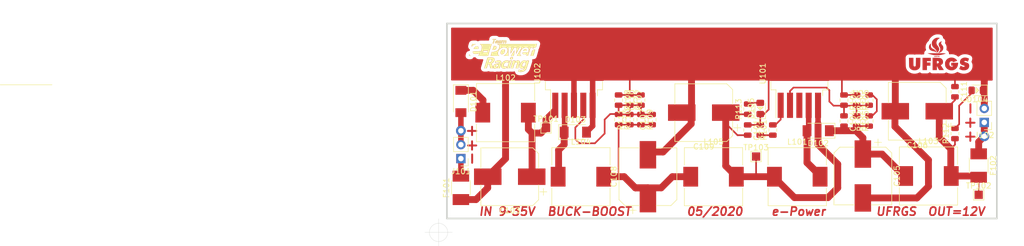
<source format=kicad_pcb>
(kicad_pcb (version 20171130) (host pcbnew "(5.1.5)-3")
  (layers (0 F.Cu signal) (31 B.Cu signal) (34 B.Paste user hide) (35 F.Paste user) (36 B.SilkS user) (37 F.SilkS user hide) (38 B.Mask user) (39 F.Mask user) (44 Edge.Cuts user))
  (net 0 "")
  (net 1 /9V)
  (net 2 GND)
  (net 3 "Net-(C102-Pad2)")
  (net 4 "Net-(C103-Pad1)")
  (net 5 "Net-(C104-Pad2)")
  (net 6 "Net-(C104-Pad1)")
  (net 7 /12V)
  (net 8 "Net-(C107-Pad2)")
  (net 9 "Net-(C107-Pad1)")
  (net 10 "Net-(D101-Pad1)")
  (net 11 "Net-(D101-Pad2)")
  (net 12 "Net-(D102-Pad2)")
  (net 13 "Net-(D103-Pad1)")
  (net 14 "Net-(F101-Pad2)")
  (net 15 "Net-(F102-Pad1)")
  (net 16 "Net-(R101-Pad2)")
  (net 17 "Net-(R102-Pad2)")
  (net 18 "Net-(D104-Pad2)")
  (net 19 "Net-(D105-Pad2)")
  (module e-Power:UFRGS_11.0x6.0mm_Copper (layer F.Cu) (at 263.398 124.968)
    (fp_text reference G*** hide)
    (fp_text value LOGO hide)
    (fp_poly (pts (xy -1.074811 -1.891567) (xy -1.075094 -1.800192) (xy -1.081277 -1.741111) (xy -1.095145 -1.508688) (xy -1.068669 -1.323321) (xy -0.996838 -1.175632) (xy -0.874638 -1.056245) (xy -0.697059 -0.955784) (xy -0.650662 -0.935543) (xy -0.446131 -0.836587) (xy -0.301487 -0.734242) (xy -0.210084 -0.622724) (xy -0.169392 -0.516874) (xy -0.15663 -0.416684) (xy -0.168515 -0.35701) (xy -0.200858 -0.346939) (xy -0.234507 -0.375561) (xy -0.338075 -0.457971) (xy -0.493451 -0.5146) (xy -0.650148 -0.541979) (xy -0.905353 -0.597547) (xy -1.11427 -0.694465) (xy -1.273641 -0.828415) (xy -1.380212 -0.995079) (xy -1.430726 -1.190139) (xy -1.421928 -1.409278) (xy -1.393786 -1.528147) (xy -1.354894 -1.616918) (xy -1.293052 -1.717719) (xy -1.221222 -1.81353) (xy -1.152369 -1.887332) (xy -1.099457 -1.922104) (xy -1.093094 -1.92291) (xy -1.074811 -1.891567)) (layer F.Cu) (width 0.01))
    (fp_poly (pts (xy 0.207663 -2.99448) (xy 0.333263 -2.985749) (xy 0.441191 -2.970567) (xy 0.510369 -2.950608) (xy 0.520832 -2.943533) (xy 0.502479 -2.920246) (xy 0.441321 -2.873054) (xy 0.36462 -2.821345) (xy 0.166268 -2.660174) (xy 0.025761 -2.469868) (xy -0.05474 -2.254098) (xy -0.074458 -2.075443) (xy -0.050281 -1.870117) (xy 0.029569 -1.684466) (xy 0.144669 -1.532432) (xy 0.252007 -1.390104) (xy 0.342317 -1.226653) (xy 0.405467 -1.063903) (xy 0.431322 -0.923678) (xy 0.431475 -0.914829) (xy 0.401022 -0.728261) (xy 0.31639 -0.549667) (xy 0.189095 -0.397831) (xy 0.057292 -0.304535) (xy -0.034255 -0.256718) (xy -0.034255 -0.408703) (xy -0.05982 -0.583772) (xy -0.139695 -0.748193) (xy -0.278649 -0.910441) (xy -0.355539 -0.979777) (xy -0.551666 -1.155902) (xy -0.696441 -1.312353) (xy -0.79675 -1.461725) (xy -0.859478 -1.616613) (xy -0.891509 -1.789614) (xy -0.899786 -1.97542) (xy -0.887787 -2.164991) (xy -0.846021 -2.32261) (xy -0.765836 -2.467584) (xy -0.638578 -2.619221) (xy -0.588214 -2.670603) (xy -0.419153 -2.817789) (xy -0.251041 -2.915392) (xy -0.060933 -2.975975) (xy -0.012242 -2.985889) (xy 0.085468 -2.995085) (xy 0.207663 -2.99448)) (layer F.Cu) (width 0.01))
    (fp_poly (pts (xy 0.918281 -2.289372) (xy 0.86801 -2.231172) (xy 0.857837 -2.22091) (xy 0.78133 -2.106451) (xy 0.769766 -1.98051) (xy 0.823235 -1.842402) (xy 0.925336 -1.708973) (xy 1.050032 -1.559881) (xy 1.127615 -1.42744) (xy 1.16677 -1.291978) (xy 1.176265 -1.140603) (xy 1.154491 -0.932875) (xy 1.087818 -0.755015) (xy 0.967322 -0.584592) (xy 0.944973 -0.5593) (xy 0.758845 -0.397755) (xy 0.54842 -0.297786) (xy 0.46509 -0.27665) (xy 0.365655 -0.255966) (xy 0.284729 -0.237701) (xy 0.281997 -0.237031) (xy 0.263077 -0.244339) (xy 0.296881 -0.287188) (xy 0.358169 -0.343201) (xy 0.506637 -0.500076) (xy 0.595145 -0.669654) (xy 0.630303 -0.8658) (xy 0.631538 -0.916674) (xy 0.626756 -1.027244) (xy 0.607067 -1.118972) (xy 0.564456 -1.216551) (xy 0.49462 -1.33853) (xy 0.394176 -1.530428) (xy 0.344177 -1.694637) (xy 0.341898 -1.843535) (xy 0.363391 -1.93401) (xy 0.435778 -2.063565) (xy 0.553362 -2.180442) (xy 0.695063 -2.265655) (xy 0.755464 -2.287095) (xy 0.866408 -2.314489) (xy 0.919214 -2.316196) (xy 0.918281 -2.289372)) (layer F.Cu) (width 0.01))
    (fp_poly (pts (xy 0.01568 -0.154286) (xy 0.41012 -0.15403) (xy 0.741466 -0.153489) (xy 1.013203 -0.152136) (xy 1.228815 -0.14944) (xy 1.391788 -0.144872) (xy 1.505606 -0.137901) (xy 1.573753 -0.128) (xy 1.599715 -0.114637) (xy 1.586976 -0.097284) (xy 1.539021 -0.07541) (xy 1.459336 -0.048487) (xy 1.351404 -0.015984) (xy 1.21871 0.022628) (xy 1.205359 0.026512) (xy 0.783358 0.126281) (xy 0.350702 0.185645) (xy -0.073588 0.203015) (xy -0.470488 0.176797) (xy -0.51598 0.170557) (xy -0.682865 0.140355) (xy -0.884412 0.09507) (xy -1.097646 0.040681) (xy -1.299594 -0.016831) (xy -1.467281 -0.071487) (xy -1.515644 -0.089631) (xy -1.682092 -0.155445) (xy 0.01568 -0.154286)) (layer F.Cu) (width 0.01))
    (fp_poly (pts (xy 0.438919 0.348229) (xy 0.45906 0.383997) (xy 0.450291 0.450962) (xy 0.413456 0.5135) (xy 0.367507 0.540524) (xy 0.325783 0.52271) (xy 0.280037 0.492539) (xy 0.2364 0.444544) (xy 0.248155 0.391403) (xy 0.252335 0.384348) (xy 0.308383 0.337242) (xy 0.379478 0.325187) (xy 0.438919 0.348229)) (layer F.Cu) (width 0.01))
    (fp_poly (pts (xy 0.103805 0.348976) (xy 0.129502 0.409126) (xy 0.104631 0.483057) (xy 0.097576 0.492188) (xy 0.029578 0.537153) (xy -0.040914 0.51627) (xy -0.06986 0.487799) (xy -0.092969 0.420258) (xy -0.06279 0.360073) (xy 0.008421 0.326284) (xy 0.035497 0.324141) (xy 0.103805 0.348976)) (layer F.Cu) (width 0.01))
    (fp_poly (pts (xy -0.229091 0.348976) (xy -0.203395 0.409126) (xy -0.228265 0.483057) (xy -0.23532 0.492188) (xy -0.303319 0.537153) (xy -0.373811 0.51627) (xy -0.402757 0.487799) (xy -0.425866 0.420258) (xy -0.395686 0.360073) (xy -0.324475 0.326284) (xy -0.2974 0.324141) (xy -0.229091 0.348976)) (layer F.Cu) (width 0.01))
    (fp_poly (pts (xy -0.092512 0.679046) (xy 0.138409 0.68336) (xy 0.313538 0.6883) (xy 0.443659 0.695036) (xy 0.53956 0.704738) (xy 0.612023 0.718575) (xy 0.671835 0.737717) (xy 0.72978 0.763335) (xy 0.742721 0.769647) (xy 0.917399 0.88965) (xy 1.040896 1.049861) (xy 1.110822 1.24518) (xy 1.124782 1.47051) (xy 1.114927 1.562865) (xy 1.081433 1.688181) (xy 1.013133 1.794381) (xy 0.96526 1.845827) (xy 0.880893 1.917591) (xy 0.802953 1.963287) (xy 0.768613 1.971978) (xy 0.712346 1.978451) (xy 0.698117 1.988186) (xy 0.715481 2.020139) (xy 0.763382 2.097649) (xy 0.835531 2.210805) (xy 0.92564 2.349693) (xy 0.981079 2.434222) (xy 1.078505 2.583445) (xy 1.161435 2.712811) (xy 1.223569 2.812305) (xy 1.258605 2.871908) (xy 1.264041 2.88407) (xy 1.23283 2.891573) (xy 1.147504 2.897794) (xy 1.020522 2.902149) (xy 0.864345 2.904051) (xy 0.838204 2.904089) (xy 0.412368 2.904089) (xy 0.01568 2.155071) (xy -0.003146 2.904089) (xy -0.766627 2.904089) (xy -0.766627 1.714428) (xy -0.000965 1.714428) (xy 0.136773 1.695953) (xy 0.237081 1.671994) (xy 0.314317 1.635554) (xy 0.326524 1.625466) (xy 0.362265 1.557596) (xy 0.378453 1.4634) (xy 0.378537 1.45668) (xy 0.353853 1.342471) (xy 0.27902 1.271113) (xy 0.152869 1.241613) (xy 0.123871 1.240665) (xy -0.000965 1.239606) (xy -0.000965 1.714428) (xy -0.766627 1.714428) (xy -0.766627 0.667764) (xy -0.092512 0.679046)) (layer F.Cu) (width 0.01))
    (fp_poly (pts (xy -1.099524 1.272896) (xy -1.798606 1.272896) (xy -1.798606 1.539213) (xy -1.166103 1.539213) (xy -1.166103 2.105137) (xy -1.798606 2.105137) (xy -1.798606 2.904089) (xy -2.597558 2.904089) (xy -2.597558 0.673682) (xy -1.099524 0.673682) (xy -1.099524 1.272896)) (layer F.Cu) (width 0.01))
    (fp_poly (pts (xy 5.332477 0.639005) (xy 5.591695 0.703864) (xy 5.704929 0.745565) (xy 5.793212 0.782659) (xy 5.837196 0.806957) (xy 5.835644 0.844674) (xy 5.814537 0.926161) (xy 5.780091 1.033796) (xy 5.738527 1.149963) (xy 5.696061 1.25704) (xy 5.658912 1.337409) (xy 5.638852 1.368952) (xy 5.606121 1.362147) (xy 5.54589 1.328597) (xy 5.424826 1.268061) (xy 5.295941 1.233515) (xy 5.173852 1.22484) (xy 5.073176 1.241921) (xy 5.008529 1.28464) (xy 4.992482 1.333026) (xy 5.008875 1.383115) (xy 5.063836 1.426852) (xy 5.166036 1.468704) (xy 5.324144 1.513136) (xy 5.358668 1.521621) (xy 5.571865 1.592252) (xy 5.726783 1.689731) (xy 5.828193 1.819521) (xy 5.880869 1.987085) (xy 5.891302 2.131381) (xy 5.862503 2.364097) (xy 5.77805 2.562371) (xy 5.640861 2.723415) (xy 5.453855 2.844444) (xy 5.219948 2.922673) (xy 5.033709 2.950158) (xy 4.889756 2.953913) (xy 4.740205 2.945351) (xy 4.676628 2.936749) (xy 4.571805 2.911685) (xy 4.448699 2.872759) (xy 4.323346 2.826375) (xy 4.211777 2.778937) (xy 4.130026 2.736846) (xy 4.094127 2.706507) (xy 4.093661 2.703933) (xy 4.105772 2.663437) (xy 4.138203 2.577005) (xy 4.185103 2.45992) (xy 4.210992 2.39743) (xy 4.328322 2.117143) (xy 4.547896 2.227654) (xy 4.73268 2.306239) (xy 4.877677 2.334901) (xy 4.986757 2.313982) (xy 5.042416 2.271585) (xy 5.082484 2.218587) (xy 5.075825 2.178467) (xy 5.047117 2.143621) (xy 4.984736 2.102826) (xy 4.882663 2.062528) (xy 4.800608 2.040258) (xy 4.572128 1.970826) (xy 4.402533 1.874109) (xy 4.288538 1.746657) (xy 4.22686 1.585019) (xy 4.213044 1.422699) (xy 4.245635 1.202398) (xy 4.332352 1.01212) (xy 4.466184 0.855521) (xy 4.640123 0.736255) (xy 4.847157 0.657977) (xy 5.080278 0.624342) (xy 5.332477 0.639005)) (layer F.Cu) (width 0.01))
    (fp_poly (pts (xy 2.977379 0.662908) (xy 3.216691 0.746204) (xy 3.337486 0.81845) (xy 3.465032 0.918917) (xy 3.577985 1.028751) (xy 3.655 1.129096) (xy 3.659757 1.13761) (xy 3.675912 1.166366) (xy 3.681961 1.187945) (xy 3.668962 1.207479) (xy 3.627972 1.230099) (xy 3.550049 1.260938) (xy 3.426249 1.305127) (xy 3.276114 1.357777) (xy 3.007845 1.452086) (xy 2.938284 1.382525) (xy 2.818757 1.305642) (xy 2.680927 1.282372) (xy 2.5424 1.310263) (xy 2.42078 1.386862) (xy 2.358039 1.463367) (xy 2.300775 1.607548) (xy 2.279019 1.77961) (xy 2.293226 1.952243) (xy 2.343851 2.098138) (xy 2.347364 2.104271) (xy 2.437961 2.2061) (xy 2.55775 2.270824) (xy 2.689472 2.296286) (xy 2.81587 2.280331) (xy 2.919684 2.220803) (xy 2.953901 2.180039) (xy 2.979046 2.137579) (xy 2.974507 2.115262) (xy 2.928361 2.106608) (xy 2.828684 2.105138) (xy 2.81607 2.105137) (xy 2.628917 2.105137) (xy 2.628917 1.572503) (xy 3.870147 1.572503) (xy 3.852018 1.837002) (xy 3.802713 2.12168) (xy 3.70001 2.371969) (xy 3.549961 2.583458) (xy 3.358618 2.751736) (xy 3.132032 2.872393) (xy 2.876254 2.941018) (xy 2.597335 2.9532) (xy 2.365826 2.920287) (xy 2.113771 2.831189) (xy 1.889634 2.686188) (xy 1.704087 2.49369) (xy 1.589607 2.309112) (xy 1.54962 2.211558) (xy 1.523835 2.101632) (xy 1.508595 1.959278) (xy 1.502271 1.830461) (xy 1.498403 1.674933) (xy 1.502212 1.564144) (xy 1.517237 1.47638) (xy 1.547015 1.389931) (xy 1.589554 1.294877) (xy 1.733403 1.056447) (xy 1.918061 0.870148) (xy 2.145044 0.734837) (xy 2.415867 0.649371) (xy 2.456243 0.641521) (xy 2.712385 0.625393) (xy 2.977379 0.662908)) (layer F.Cu) (width 0.01))
    (fp_poly (pts (xy -4.26204 1.398647) (xy -4.261322 1.645277) (xy -4.258793 1.833979) (xy -4.253893 1.973393) (xy -4.246062 2.072159) (xy -4.23474 2.138915) (xy -4.219366 2.182302) (xy -4.210218 2.197599) (xy -4.132432 2.256944) (xy -4.029929 2.272011) (xy -3.927978 2.242499) (xy -3.876046 2.201588) (xy -3.85506 2.173339) (xy -3.838997 2.134971) (xy -3.827029 2.077494) (xy -3.818329 1.991921) (xy -3.812069 1.869263) (xy -3.807423 1.700532) (xy -3.803563 1.476738) (xy -3.802505 1.402637) (xy -3.792381 0.673682) (xy -2.989294 0.673682) (xy -3.006022 1.447666) (xy -3.012442 1.676333) (xy -3.021178 1.888708) (xy -3.03155 2.0736) (xy -3.042883 2.219817) (xy -3.054499 2.31617) (xy -3.060126 2.341906) (xy -3.153198 2.534049) (xy -3.298137 2.696212) (xy -3.48515 2.823536) (xy -3.704444 2.911158) (xy -3.946226 2.954218) (xy -4.200704 2.947855) (xy -4.26204 2.93853) (xy -4.508643 2.867092) (xy -4.71745 2.749557) (xy -4.881001 2.591164) (xy -4.974483 2.438033) (xy -4.996386 2.385237) (xy -5.013393 2.327725) (xy -5.026296 2.256115) (xy -5.035886 2.161027) (xy -5.042954 2.03308) (xy -5.048291 1.862893) (xy -5.052688 1.641083) (xy -5.055179 1.480956) (xy -5.067039 0.673682) (xy -4.26204 0.673682) (xy -4.26204 1.398647)) (layer F.Cu) (width 0.01))
  )
  (module e-Power:e-Power_12.4x6.0mm_Copper (layer F.Cu) (at 184.404 125.222)
    (fp_text reference G*** hide)
    (fp_text value LOGO hide)
    (fp_poly (pts (xy 2.087294 -0.836083) (xy 2.081965 -0.77343) (xy 2.075819 -0.680903) (xy 2.069612 -0.570932) (xy 2.064103 -0.455948) (xy 2.064066 -0.455083) (xy 2.058457 -0.338032) (xy 2.052026 -0.22388) (xy 2.045575 -0.125854) (xy 2.040009 -0.058208) (xy 2.027843 0.0635) (xy 1.520893 0.0635) (xy 1.589144 -0.058208) (xy 1.632929 -0.135154) (xy 1.688168 -0.230653) (xy 1.744568 -0.32694) (xy 1.75776 -0.34925) (xy 1.812844 -0.443049) (xy 1.8785 -0.55614) (xy 1.944534 -0.67092) (xy 1.978378 -0.73025) (xy 2.09863 -0.941916) (xy 2.087294 -0.836083)) (layer F.Cu) (width 0.01))
    (fp_poly (pts (xy -1.525417 -1.713995) (xy -1.382528 -1.704417) (xy -1.275225 -1.676497) (xy -1.200538 -1.629375) (xy -1.188283 -1.616455) (xy -1.152345 -1.544775) (xy -1.148119 -1.458056) (xy -1.171638 -1.364042) (xy -1.218933 -1.270479) (xy -1.286038 -1.185112) (xy -1.368986 -1.115684) (xy -1.463809 -1.069942) (xy -1.469056 -1.068336) (xy -1.532777 -1.05432) (xy -1.610275 -1.044178) (xy -1.690716 -1.038353) (xy -1.763264 -1.037291) (xy -1.817085 -1.041436) (xy -1.841344 -1.051233) (xy -1.841763 -1.053041) (xy -1.835915 -1.077719) (xy -1.81959 -1.135594) (xy -1.794903 -1.219445) (xy -1.763966 -1.322051) (xy -1.742639 -1.391708) (xy -1.643251 -1.7145) (xy -1.525417 -1.713995)) (layer F.Cu) (width 0.01))
    (fp_poly (pts (xy -5.242793 -2.116234) (xy -4.942417 -2.115802) (xy -5.132917 -2.024327) (xy -5.331561 -1.916527) (xy -5.504861 -1.793846) (xy -5.616835 -1.696081) (xy -5.663236 -1.653646) (xy -5.685197 -1.638742) (xy -5.688505 -1.649255) (xy -5.682343 -1.672166) (xy -5.669212 -1.716968) (xy -5.648738 -1.789048) (xy -5.624759 -1.874855) (xy -5.618014 -1.899225) (xy -5.594532 -1.981279) (xy -5.573854 -2.048211) (xy -5.559433 -2.089016) (xy -5.556549 -2.095016) (xy -5.53022 -2.103833) (xy -5.466688 -2.110538) (xy -5.371048 -2.114789) (xy -5.248394 -2.11624) (xy -5.242793 -2.116234)) (layer F.Cu) (width 0.01))
    (fp_poly (pts (xy 4.038931 0.916171) (xy 4.141745 0.945541) (xy 4.221226 0.998975) (xy 4.2517 1.037652) (xy 4.280206 1.078297) (xy 4.299597 1.08408) (xy 4.315075 1.052436) (xy 4.327776 1.000125) (xy 4.34253 0.931334) (xy 4.552515 0.931334) (xy 4.656188 0.932974) (xy 4.722405 0.938293) (xy 4.75593 0.947891) (xy 4.7625 0.957719) (xy 4.755976 0.992307) (xy 4.737662 1.061119) (xy 4.709443 1.158315) (xy 4.673203 1.278057) (xy 4.630827 1.414503) (xy 4.584201 1.561815) (xy 4.53521 1.714153) (xy 4.485738 1.865678) (xy 4.43767 2.010549) (xy 4.392892 2.142927) (xy 4.353288 2.256973) (xy 4.320743 2.346848) (xy 4.297143 2.40671) (xy 4.289419 2.423309) (xy 4.185187 2.579017) (xy 4.048476 2.718117) (xy 3.887995 2.833797) (xy 3.712449 2.919243) (xy 3.616368 2.94992) (xy 3.484642 2.975642) (xy 3.337181 2.990728) (xy 3.192515 2.994015) (xy 3.069177 2.984338) (xy 3.068909 2.984297) (xy 2.959955 2.962992) (xy 2.884375 2.938769) (xy 2.845469 2.912937) (xy 2.841953 2.894248) (xy 2.852965 2.862273) (xy 2.872789 2.802257) (xy 2.897369 2.726493) (xy 2.900323 2.717308) (xy 2.948771 2.566533) (xy 3.067177 2.621919) (xy 3.14692 2.654141) (xy 3.223415 2.671069) (xy 3.316764 2.676683) (xy 3.344333 2.676787) (xy 3.512936 2.658563) (xy 3.657859 2.605298) (xy 3.778655 2.517342) (xy 3.874879 2.39504) (xy 3.946085 2.238739) (xy 3.958916 2.197885) (xy 3.966116 2.168876) (xy 3.961203 2.159508) (xy 3.937765 2.171644) (xy 3.889391 2.207144) (xy 3.866202 2.224809) (xy 3.742691 2.300522) (xy 3.612311 2.348078) (xy 3.481767 2.367933) (xy 3.357763 2.360546) (xy 3.247003 2.326377) (xy 3.156193 2.265883) (xy 3.092036 2.179523) (xy 3.088299 2.171604) (xy 3.05381 2.047875) (xy 3.050567 1.901416) (xy 3.06443 1.819788) (xy 3.508422 1.819788) (xy 3.517467 1.914264) (xy 3.532746 1.954009) (xy 3.587471 2.015501) (xy 3.665038 2.044904) (xy 3.759387 2.041059) (xy 3.842931 2.013244) (xy 3.950755 1.941499) (xy 4.042239 1.833121) (xy 4.114786 1.691519) (xy 4.138073 1.625857) (xy 4.169128 1.508822) (xy 4.177601 1.419809) (xy 4.163166 1.350832) (xy 4.125501 1.293902) (xy 4.124561 1.292889) (xy 4.052094 1.244094) (xy 3.962682 1.230171) (xy 3.862897 1.250788) (xy 3.759308 1.305614) (xy 3.750698 1.311726) (xy 3.675232 1.384728) (xy 3.609875 1.482046) (xy 3.558023 1.593669) (xy 3.523073 1.709586) (xy 3.508422 1.819788) (xy 3.06443 1.819788) (xy 3.078352 1.737821) (xy 3.109085 1.63589) (xy 3.196943 1.430728) (xy 3.307125 1.259014) (xy 3.442743 1.116476) (xy 3.54365 1.039047) (xy 3.665143 0.972305) (xy 3.793165 0.929568) (xy 3.920249 0.910852) (xy 4.038931 0.916171)) (layer F.Cu) (width 0.01))
    (fp_poly (pts (xy -0.617789 0.918277) (xy -0.50702 0.938878) (xy -0.443788 0.965044) (xy -0.379572 1.009024) (xy -0.331912 1.058938) (xy -0.300743 1.119141) (xy -0.285998 1.193985) (xy -0.28761 1.287825) (xy -0.305515 1.405013) (xy -0.339645 1.549903) (xy -0.389934 1.726849) (xy -0.430208 1.857779) (xy -0.471086 1.988465) (xy -0.507325 2.105155) (xy -0.537114 2.201953) (xy -0.558644 2.272961) (xy -0.570106 2.312285) (xy -0.5715 2.318154) (xy -0.591142 2.322506) (xy -0.643973 2.325929) (xy -0.720853 2.327967) (xy -0.774878 2.328334) (xy -0.87005 2.328819) (xy -0.929389 2.326413) (xy -0.959293 2.315322) (xy -0.966163 2.289755) (xy -0.956399 2.243919) (xy -0.938576 2.180167) (xy -0.931431 2.149153) (xy -0.937684 2.143836) (xy -0.963823 2.165717) (xy -0.991697 2.192474) (xy -1.093229 2.269463) (xy -1.212511 2.326234) (xy -1.338961 2.360342) (xy -1.461996 2.369344) (xy -1.571033 2.350795) (xy -1.608667 2.334955) (xy -1.688886 2.272104) (xy -1.73539 2.185803) (xy -1.74768 2.078853) (xy -1.725256 1.954049) (xy -1.722558 1.946813) (xy -1.319641 1.946813) (xy -1.308742 2.010662) (xy -1.273048 2.05295) (xy -1.255327 2.060537) (xy -1.174822 2.06729) (xy -1.081223 2.051547) (xy -0.994704 2.016995) (xy -0.984658 2.011085) (xy -0.916119 1.951179) (xy -0.852729 1.86564) (xy -0.805593 1.770746) (xy -0.792742 1.729732) (xy -0.785791 1.692091) (xy -0.796986 1.677405) (xy -0.836359 1.678481) (xy -0.860086 1.681435) (xy -0.935931 1.691094) (xy -1.020366 1.701682) (xy -1.037856 1.703851) (xy -1.151272 1.733298) (xy -1.240709 1.788127) (xy -1.298862 1.863684) (xy -1.302885 1.872701) (xy -1.319641 1.946813) (xy -1.722558 1.946813) (xy -1.692431 1.86604) (xy -1.628466 1.752495) (xy -1.544071 1.660459) (xy -1.434866 1.587488) (xy -1.296472 1.531136) (xy -1.124507 1.48896) (xy -0.975197 1.465709) (xy -0.862695 1.450807) (xy -0.785301 1.438589) (xy -0.736048 1.427055) (xy -0.707971 1.414205) (xy -0.694104 1.398039) (xy -0.68909 1.383553) (xy -0.686429 1.308294) (xy -0.718143 1.251675) (xy -0.780265 1.214388) (xy -0.868829 1.197127) (xy -0.979868 1.200585) (xy -1.109418 1.225454) (xy -1.25351 1.272427) (xy -1.275413 1.281129) (xy -1.343292 1.305723) (xy -1.383243 1.31367) (xy -1.39119 1.306375) (xy -1.380327 1.273567) (xy -1.361849 1.213883) (xy -1.342715 1.150172) (xy -1.320181 1.079013) (xy -1.29889 1.036853) (xy -1.268669 1.011923) (xy -1.219345 0.992459) (xy -1.201255 0.986557) (xy -1.052605 0.947404) (xy -0.899719 0.9228) (xy -0.751734 0.913004) (xy -0.617789 0.918277)) (layer F.Cu) (width 0.01))
    (fp_poly (pts (xy 0.883086 0.915977) (xy 0.971318 0.926508) (xy 1.037999 0.942861) (xy 1.074844 0.964554) (xy 1.0795 0.976668) (xy 1.073971 1.004041) (xy 1.059768 1.05864) (xy 1.040468 1.128015) (xy 1.019647 1.199715) (xy 1.000881 1.261291) (xy 0.987746 1.300293) (xy 0.984525 1.307299) (xy 0.964583 1.302642) (xy 0.91798 1.284735) (xy 0.878075 1.267668) (xy 0.750861 1.233994) (xy 0.615741 1.240751) (xy 0.476314 1.287633) (xy 0.442427 1.304921) (xy 0.336346 1.377801) (xy 0.25664 1.470386) (xy 0.194602 1.593072) (xy 0.188941 1.607643) (xy 0.154771 1.736104) (xy 0.15603 1.845566) (xy 0.191932 1.93388) (xy 0.261687 1.998898) (xy 0.345388 2.03381) (xy 0.440827 2.043799) (xy 0.553889 2.031892) (xy 0.667685 2.000707) (xy 0.728044 1.974473) (xy 0.768831 1.955855) (xy 0.781361 1.958845) (xy 0.777936 1.972768) (xy 0.766515 2.007785) (xy 0.748098 2.06947) (xy 0.729267 2.135298) (xy 0.697764 2.224391) (xy 0.663157 2.282289) (xy 0.647625 2.29612) (xy 0.574365 2.326847) (xy 0.471568 2.349711) (xy 0.351461 2.363757) (xy 0.226273 2.368031) (xy 0.108232 2.361576) (xy 0.016683 2.345401) (xy -0.043468 2.319343) (xy -0.114095 2.274696) (xy -0.15785 2.240037) (xy -0.245718 2.136879) (xy -0.295511 2.015553) (xy -0.307232 1.875974) (xy -0.280885 1.71806) (xy -0.216472 1.541724) (xy -0.187073 1.479896) (xy -0.0767 1.305417) (xy 0.064447 1.158073) (xy 0.232015 1.041377) (xy 0.421649 0.958837) (xy 0.480341 0.94174) (xy 0.571931 0.924151) (xy 0.675108 0.914316) (xy 0.781588 0.911752) (xy 0.883086 0.915977)) (layer F.Cu) (width 0.01))
    (fp_poly (pts (xy -2.278542 0.385312) (xy -2.115808 0.388287) (xy -1.989411 0.391803) (xy -1.893357 0.396337) (xy -1.82165 0.402369) (xy -1.768295 0.410378) (xy -1.727298 0.420843) (xy -1.698546 0.431657) (xy -1.59385 0.4949) (xy -1.525789 0.579103) (xy -1.494257 0.684521) (xy -1.499146 0.81141) (xy -1.512545 0.873116) (xy -1.561024 1.008687) (xy -1.633491 1.126291) (xy -1.738353 1.239415) (xy -1.74445 1.245059) (xy -1.811418 1.298818) (xy -1.891465 1.351672) (xy -1.97288 1.397048) (xy -2.043948 1.428371) (xy -2.090208 1.439127) (xy -2.11489 1.449113) (xy -2.105288 1.473369) (xy -2.074831 1.497611) (xy -2.041878 1.52753) (xy -2.007213 1.579185) (xy -1.968902 1.656758) (xy -1.925017 1.764433) (xy -1.873624 1.906393) (xy -1.838291 2.01004) (xy -1.802789 2.116317) (xy -1.77261 2.207381) (xy -1.750073 2.276175) (xy -1.737499 2.315639) (xy -1.735667 2.322248) (xy -1.755461 2.324612) (xy -1.809351 2.326548) (xy -1.889103 2.327855) (xy -1.986258 2.328334) (xy -2.236849 2.328334) (xy -2.306879 2.090209) (xy -2.336641 1.988668) (xy -2.363735 1.89562) (xy -2.38489 1.822327) (xy -2.395768 1.783949) (xy -2.422883 1.720767) (xy -2.463906 1.657419) (xy -2.468612 1.651657) (xy -2.513318 1.608621) (xy -2.562962 1.59043) (xy -2.614321 1.5875) (xy -2.706046 1.5875) (xy -2.772327 1.804459) (xy -2.806313 1.914722) (xy -2.842071 2.029137) (xy -2.874 2.129843) (xy -2.886815 2.169584) (xy -2.935022 2.31775) (xy -3.150261 2.323782) (xy -3.239894 2.325143) (xy -3.311253 2.324035) (xy -3.355461 2.32073) (xy -3.3655 2.317217) (xy -3.359487 2.294198) (xy -3.342646 2.23673) (xy -3.316777 2.150771) (xy -3.283679 2.042278) (xy -3.245153 1.917209) (xy -3.226212 1.856101) (xy -3.178149 1.701338) (xy -3.12739 1.537905) (xy -3.077697 1.377909) (xy -3.038933 1.253107) (xy -2.601771 1.253107) (xy -2.426434 1.245678) (xy -2.331554 1.239549) (xy -2.264773 1.228429) (xy -2.211882 1.208775) (xy -2.163134 1.180018) (xy -2.074523 1.099635) (xy -2.01612 1.000093) (xy -1.993196 0.891318) (xy -1.99381 0.861134) (xy -2.003028 0.800707) (xy -2.027002 0.76439) (xy -2.074333 0.735575) (xy -2.16417 0.708262) (xy -2.286073 0.69854) (xy -2.28965 0.698533) (xy -2.365024 0.699314) (xy -2.408975 0.704774) (xy -2.432412 0.719522) (xy -2.446244 0.748168) (xy -2.45239 0.767292) (xy -2.472666 0.832546) (xy -2.500521 0.922681) (xy -2.531148 1.022095) (xy -2.559742 1.115188) (xy -2.581499 1.186357) (xy -2.583445 1.192762) (xy -2.601771 1.253107) (xy -3.038933 1.253107) (xy -3.032829 1.233458) (xy -2.996547 1.116659) (xy -2.994866 1.11125) (xy -2.954546 0.981272) (xy -2.911574 0.84243) (xy -2.870916 0.710788) (xy -2.837538 0.602408) (xy -2.835655 0.596277) (xy -2.768501 0.377637) (xy -2.278542 0.385312)) (layer F.Cu) (width 0.01))
    (fp_poly (pts (xy 1.528818 0.932588) (xy 1.5991 0.935969) (xy 1.64202 0.940905) (xy 1.651 0.94478) (xy 1.644833 0.969553) (xy 1.627386 1.029513) (xy 1.600239 1.119515) (xy 1.564975 1.234412) (xy 1.523173 1.369059) (xy 1.476415 1.518311) (xy 1.426283 1.677022) (xy 1.417747 1.703917) (xy 1.383514 1.812785) (xy 1.343832 1.940624) (xy 1.305387 2.065845) (xy 1.291546 2.111375) (xy 1.225849 2.328334) (xy 1.015091 2.328334) (xy 0.926444 2.327368) (xy 0.856184 2.324764) (xy 0.813291 2.320964) (xy 0.804333 2.317984) (xy 0.810356 2.295897) (xy 0.827383 2.238522) (xy 0.853851 2.150996) (xy 0.888196 2.038458) (xy 0.928855 1.906045) (xy 0.974265 1.758893) (xy 0.986294 1.720026) (xy 1.034488 1.564324) (xy 1.080049 1.417002) (xy 1.121052 1.284294) (xy 1.155574 1.172431) (xy 1.18169 1.087644) (xy 1.197475 1.036167) (xy 1.19878 1.031875) (xy 1.229307 0.931334) (xy 1.440153 0.931334) (xy 1.528818 0.932588)) (layer F.Cu) (width 0.01))
    (fp_poly (pts (xy 2.857622 0.917725) (xy 2.96088 0.947095) (xy 3.033113 1.004109) (xy 3.075774 1.089936) (xy 3.090316 1.20574) (xy 3.090333 1.210522) (xy 3.087175 1.26274) (xy 3.076983 1.329156) (xy 3.058677 1.413924) (xy 3.031178 1.521197) (xy 2.993408 1.655128) (xy 2.944287 1.819869) (xy 2.882736 2.019575) (xy 2.867286 2.069042) (xy 2.786142 2.328334) (xy 2.578404 2.328334) (xy 2.490454 2.326763) (xy 2.420954 2.322533) (xy 2.378947 2.316367) (xy 2.370667 2.311736) (xy 2.376634 2.287331) (xy 2.39329 2.228819) (xy 2.418763 2.14252) (xy 2.451183 2.034754) (xy 2.488681 1.911842) (xy 2.497514 1.883111) (xy 2.536457 1.752863) (xy 2.570576 1.63158) (xy 2.59791 1.526828) (xy 2.616498 1.446172) (xy 2.624376 1.397178) (xy 2.624514 1.39322) (xy 2.608884 1.312882) (xy 2.565955 1.258934) (xy 2.502218 1.232264) (xy 2.424163 1.233761) (xy 2.338279 1.264313) (xy 2.251058 1.324807) (xy 2.234727 1.339898) (xy 2.198531 1.376922) (xy 2.169543 1.413998) (xy 2.144094 1.458934) (xy 2.118513 1.519536) (xy 2.089134 1.603612) (xy 2.052287 1.718968) (xy 2.04377 1.74625) (xy 2.005686 1.868152) (xy 1.968205 1.987524) (xy 1.934853 2.093175) (xy 1.909158 2.173911) (xy 1.902035 2.196042) (xy 1.859215 2.328334) (xy 1.647848 2.328334) (xy 1.551706 2.327686) (xy 1.490768 2.324864) (xy 1.457914 2.318551) (xy 1.446025 2.30743) (xy 1.447638 2.291292) (xy 1.456565 2.262191) (xy 1.476331 2.198076) (xy 1.505263 2.10437) (xy 1.541683 1.986501) (xy 1.583916 1.849892) (xy 1.630286 1.69997) (xy 1.642162 1.661584) (xy 1.68985 1.507262) (xy 1.734275 1.363149) (xy 1.773655 1.235046) (xy 1.806212 1.128756) (xy 1.830165 1.050082) (xy 1.843733 1.004826) (xy 1.845092 1.000125) (xy 1.864656 0.931334) (xy 2.075328 0.931334) (xy 2.16395 0.933061) (xy 2.234186 0.937717) (xy 2.277057 0.944514) (xy 2.286 0.949839) (xy 2.279451 0.979772) (xy 2.263009 1.032898) (xy 2.255189 1.055672) (xy 2.23912 1.108177) (xy 2.234336 1.139313) (xy 2.236519 1.143) (xy 2.258329 1.130246) (xy 2.299361 1.098024) (xy 2.320836 1.07963) (xy 2.445861 0.990044) (xy 2.580202 0.93654) (xy 2.721884 0.914834) (xy 2.857622 0.917725)) (layer F.Cu) (width 0.01))
    (fp_poly (pts (xy 1.753356 0.300614) (xy 1.807958 0.347223) (xy 1.834965 0.411849) (xy 1.834338 0.459264) (xy 1.800002 0.548198) (xy 1.734185 0.623769) (xy 1.647188 0.679408) (xy 1.549316 0.708546) (xy 1.450872 0.704612) (xy 1.449917 0.704383) (xy 1.382226 0.670878) (xy 1.34377 0.615601) (xy 1.333486 0.546342) (xy 1.350308 0.470894) (xy 1.393174 0.397048) (xy 1.461018 0.332595) (xy 1.504303 0.306157) (xy 1.593495 0.276354) (xy 1.67919 0.275749) (xy 1.753356 0.300614)) (layer F.Cu) (width 0.01))
    (fp_poly (pts (xy -6.057922 -0.154992) (xy -6.024855 -0.103704) (xy -5.975963 -0.042552) (xy -5.95169 -0.015875) (xy -5.875742 0.0635) (xy -6.017621 0.0635) (xy -6.088911 0.062014) (xy -6.139851 0.058116) (xy -6.159499 0.052647) (xy -6.1595 0.052597) (xy -6.154247 0.028025) (xy -6.140561 -0.025145) (xy -6.123854 -0.08652) (xy -6.088207 -0.214734) (xy -6.057922 -0.154992)) (layer F.Cu) (width 0.01))
    (fp_poly (pts (xy -2.897441 -2.115398) (xy -2.702059 -2.114864) (xy -2.52404 -2.113864) (xy -2.367361 -2.112446) (xy -2.236002 -2.110657) (xy -2.133938 -2.108544) (xy -2.06515 -2.106154) (xy -2.033613 -2.103533) (xy -2.032 -2.102772) (xy -2.038046 -2.079968) (xy -2.055222 -2.021498) (xy -2.082083 -1.932119) (xy -2.117186 -1.816586) (xy -2.159088 -1.679658) (xy -2.206343 -1.52609) (xy -2.24563 -1.39898) (xy -2.303059 -1.213416) (xy -2.362528 -1.021079) (xy -2.421314 -0.830791) (xy -2.476692 -0.651375) (xy -2.525938 -0.491652) (xy -2.566329 -0.360445) (xy -2.5779 -0.322791) (xy -2.696541 0.0635) (xy -3.562779 0.0635) (xy -3.783723 0.063264) (xy -3.965477 0.062489) (xy -4.111184 0.061077) (xy -4.223984 0.058931) (xy -4.307019 0.055951) (xy -4.36343 0.05204) (xy -4.39636 0.047098) (xy -4.408949 0.041028) (xy -4.40824 0.037042) (xy -4.394012 0.00705) (xy -4.371561 -0.052952) (xy -4.344319 -0.132275) (xy -4.315721 -0.220232) (xy -4.289198 -0.306135) (xy -4.268184 -0.379297) (xy -4.256111 -0.429029) (xy -4.2545 -0.441585) (xy -4.271019 -0.449697) (xy -4.31859 -0.433288) (xy -4.34088 -0.422459) (xy -4.464375 -0.372773) (xy -4.612194 -0.334059) (xy -4.771754 -0.307858) (xy -4.930473 -0.29571) (xy -5.07577 -0.299156) (xy -5.190468 -0.318431) (xy -5.295615 -0.366912) (xy -5.374828 -0.442687) (xy -5.423229 -0.538316) (xy -5.430247 -0.597958) (xy -3.617652 -0.597958) (xy -3.608516 -0.58846) (xy -3.576779 -0.58136) (xy -3.518205 -0.576388) (xy -3.428562 -0.573278) (xy -3.303615 -0.57176) (xy -3.200337 -0.5715) (xy -2.781175 -0.5715) (xy -2.734671 -0.720357) (xy -2.711973 -0.79569) (xy -2.695414 -0.855759) (xy -2.688243 -0.888695) (xy -2.688167 -0.890137) (xy -2.708906 -0.897606) (xy -2.769524 -0.902851) (xy -2.867618 -0.905784) (xy -3.000788 -0.906319) (xy -3.106208 -0.905322) (xy -3.52425 -0.899583) (xy -3.570027 -0.762) (xy -3.593474 -0.688632) (xy -3.610613 -0.629523) (xy -3.617652 -0.597958) (xy -5.430247 -0.597958) (xy -5.435942 -0.646355) (xy -5.431081 -0.685601) (xy -5.416851 -0.761453) (xy -3.951073 -0.772583) (xy -3.902487 -0.92075) (xy -3.839027 -1.138831) (xy -3.801867 -1.328505) (xy -3.790813 -1.494381) (xy -3.805672 -1.641069) (xy -3.846248 -1.773181) (xy -3.864948 -1.813762) (xy -3.916696 -1.899622) (xy -3.983566 -1.973838) (xy -4.07537 -2.046215) (xy -4.140317 -2.088963) (xy -4.1411 -2.094832) (xy -4.121531 -2.099808) (xy -4.078971 -2.103959) (xy -4.010781 -2.10735) (xy -3.914322 -2.110052) (xy -3.786957 -2.11213) (xy -3.626046 -2.113652) (xy -3.428951 -2.114686) (xy -3.193033 -2.1153) (xy -3.106208 -2.115422) (xy -2.897441 -2.115398)) (layer F.Cu) (width 0.01))
    (fp_poly (pts (xy 6.169668 -2.016125) (xy 6.151217 -1.950422) (xy 6.125706 -1.859291) (xy 6.097433 -1.758085) (xy 6.084534 -1.711842) (xy 6.027733 -1.508101) (xy 5.911877 -1.494485) (xy 5.804553 -1.47418) (xy 5.714081 -1.436741) (xy 5.626163 -1.374891) (xy 5.561542 -1.316144) (xy 5.511033 -1.268871) (xy 5.474937 -1.238315) (xy 5.461001 -1.231032) (xy 5.461 -1.231093) (xy 5.467468 -1.256916) (xy 5.483787 -1.30759) (xy 5.49275 -1.3335) (xy 5.514347 -1.396556) (xy 5.522616 -1.438741) (xy 5.511952 -1.463998) (xy 5.476749 -1.476269) (xy 5.411402 -1.479497) (xy 5.310306 -1.477624) (xy 5.288632 -1.477068) (xy 5.179021 -1.472987) (xy 5.105121 -1.466667) (xy 5.060328 -1.457126) (xy 5.03804 -1.44338) (xy 5.035298 -1.439333) (xy 5.026423 -1.414624) (xy 5.006894 -1.355011) (xy 4.978444 -1.26607) (xy 4.942806 -1.153379) (xy 4.901713 -1.022514) (xy 4.856899 -0.879052) (xy 4.810097 -0.728568) (xy 4.76304 -0.57664) (xy 4.717461 -0.428843) (xy 4.675095 -0.290756) (xy 4.637673 -0.167954) (xy 4.60693 -0.066013) (xy 4.584598 0.009489) (xy 4.57971 0.026459) (xy 4.56709 0.046365) (xy 4.537264 0.057726) (xy 4.480988 0.062687) (xy 4.420062 0.0635) (xy 4.343291 0.062937) (xy 4.30238 0.059748) (xy 4.290855 0.051685) (xy 4.302245 0.036499) (xy 4.313447 0.026459) (xy 4.335304 -0.00529) (xy 4.362476 -0.061788) (xy 4.390717 -0.131448) (xy 4.415782 -0.202683) (xy 4.433427 -0.263907) (xy 4.439407 -0.303531) (xy 4.437161 -0.311228) (xy 4.414953 -0.308565) (xy 4.362658 -0.294645) (xy 4.290146 -0.272187) (xy 4.263329 -0.263321) (xy 4.130023 -0.228813) (xy 3.99736 -0.212768) (xy 3.87515 -0.215121) (xy 3.773205 -0.235813) (xy 3.711061 -0.266829) (xy 3.65343 -0.333588) (xy 3.624459 -0.418335) (xy 3.627739 -0.495614) (xy 3.641284 -0.549582) (xy 4.151785 -0.555249) (xy 4.662285 -0.560916) (xy 4.704267 -0.687916) (xy 4.726721 -0.77467) (xy 4.745544 -0.881026) (xy 4.756731 -0.984256) (xy 4.756852 -0.986179) (xy 4.760493 -1.083139) (xy 4.755926 -1.153499) (xy 4.74134 -1.212507) (xy 4.72516 -1.253058) (xy 4.660444 -1.356129) (xy 4.56894 -1.43095) (xy 4.448717 -1.478351) (xy 4.297845 -1.499164) (xy 4.157733 -1.497481) (xy 3.96078 -1.46436) (xy 3.774304 -1.39108) (xy 3.600979 -1.279089) (xy 3.443479 -1.129838) (xy 3.412513 -1.093714) (xy 3.311444 -0.948964) (xy 3.230775 -0.787655) (xy 3.173067 -0.618847) (xy 3.140882 -0.451601) (xy 3.136781 -0.294978) (xy 3.155326 -0.183834) (xy 3.183853 -0.121494) (xy 3.231503 -0.052793) (xy 3.261041 -0.019792) (xy 3.344333 0.0635) (xy 2.963333 0.0635) (xy 2.841623 0.06305) (xy 2.735999 0.061801) (xy 2.653141 0.059901) (xy 2.599728 0.057502) (xy 2.582333 0.054954) (xy 2.592826 0.035537) (xy 2.622786 -0.016345) (xy 2.669938 -0.096838) (xy 2.732005 -0.202084) (xy 2.80671 -0.328229) (xy 2.891777 -0.471415) (xy 2.98493 -0.627786) (xy 3.026833 -0.697999) (xy 3.122872 -0.8593) (xy 3.211782 -1.009525) (xy 3.291279 -1.144746) (xy 3.359078 -1.261036) (xy 3.412894 -1.354467) (xy 3.450442 -1.421113) (xy 3.469437 -1.457046) (xy 3.471333 -1.462036) (xy 3.451643 -1.470171) (xy 3.398462 -1.476662) (xy 3.320625 -1.48071) (xy 3.253663 -1.481666) (xy 3.035993 -1.481666) (xy 2.740371 -0.901637) (xy 2.667106 -0.758195) (xy 2.600233 -0.627866) (xy 2.542099 -0.515172) (xy 2.495049 -0.424639) (xy 2.461429 -0.360791) (xy 2.443585 -0.328151) (xy 2.44133 -0.324845) (xy 2.442484 -0.345602) (xy 2.449174 -0.395168) (xy 2.455249 -0.433916) (xy 2.461622 -0.48567) (xy 2.469839 -0.571368) (xy 2.479286 -0.682694) (xy 2.489345 -0.811331) (xy 2.499399 -0.948961) (xy 2.508832 -1.087268) (xy 2.517028 -1.217935) (xy 2.52337 -1.332645) (xy 2.525865 -1.386416) (xy 2.529417 -1.471083) (xy 2.06804 -1.471083) (xy 1.878285 -1.143) (xy 1.803612 -1.013422) (xy 1.72388 -0.874276) (xy 1.646627 -0.738763) (xy 1.579386 -0.620083) (xy 1.552054 -0.5715) (xy 1.497174 -0.47421) (xy 1.459831 -0.410528) (xy 1.437121 -0.37699) (xy 1.42614 -0.370132) (xy 1.423984 -0.38649) (xy 1.42775 -0.422601) (xy 1.427845 -0.423333) (xy 1.434817 -0.483046) (xy 1.444296 -0.572052) (xy 1.455558 -0.682738) (xy 1.467881 -0.807493) (xy 1.480541 -0.938703) (xy 1.492814 -1.068757) (xy 1.503978 -1.190042) (xy 1.513308 -1.294947) (xy 1.520081 -1.375858) (xy 1.523574 -1.425163) (xy 1.523891 -1.434041) (xy 1.522256 -1.454561) (xy 1.512413 -1.468137) (xy 1.487121 -1.476202) (xy 1.439141 -1.480189) (xy 1.361233 -1.481532) (xy 1.283353 -1.481666) (xy 1.042705 -1.481666) (xy 1.029586 -1.402291) (xy 1.023857 -1.346398) (xy 1.019343 -1.2621) (xy 1.016679 -1.163326) (xy 1.016233 -1.109379) (xy 1.015513 -1.022809) (xy 1.013638 -0.903977) (xy 1.010812 -0.762935) (xy 1.007243 -0.609731) (xy 1.003135 -0.454416) (xy 1.00204 -0.416171) (xy 0.98808 0.0635) (xy 0.583998 0.062515) (xy 0.179917 0.061529) (xy 0.28575 0.006578) (xy 0.38424 -0.057834) (xy 0.490765 -0.149276) (xy 0.594782 -0.256738) (xy 0.685746 -0.369211) (xy 0.753113 -0.475687) (xy 0.759236 -0.487793) (xy 0.835664 -0.67391) (xy 0.878916 -0.849908) (xy 0.888898 -1.012189) (xy 0.865518 -1.157153) (xy 0.808681 -1.281203) (xy 0.780794 -1.319103) (xy 0.694683 -1.398208) (xy 0.584246 -1.453318) (xy 0.444388 -1.486441) (xy 0.328083 -1.497525) (xy 0.140806 -1.497493) (xy -0.024579 -1.474229) (xy -0.183266 -1.424915) (xy -0.272058 -1.386208) (xy -0.418821 -1.299743) (xy -0.549658 -1.19003) (xy -0.662881 -1.062112) (xy -0.756804 -0.921032) (xy -0.829737 -0.771833) (xy -0.879994 -0.619557) (xy -0.905888 -0.469248) (xy -0.905731 -0.325948) (xy -0.877834 -0.1947) (xy -0.820512 -0.080547) (xy -0.738185 0.006746) (xy -0.66675 0.063031) (xy -1.423458 0.063265) (xy -1.59923 0.06282) (xy -1.760187 0.061448) (xy -1.901678 0.05926) (xy -2.019057 0.056369) (xy -2.107674 0.052888) (xy -2.162881 0.04893) (xy -2.180167 0.044965) (xy -2.174224 0.019448) (xy -2.157779 -0.039358) (xy -2.132912 -0.124319) (xy -2.101699 -0.228302) (xy -2.076884 -0.309577) (xy -1.973601 -0.645583) (xy -1.722342 -0.658384) (xy -1.531026 -0.675312) (xy -1.369936 -0.706683) (xy -1.228553 -0.75546) (xy -1.096356 -0.824606) (xy -1.06739 -0.842893) (xy -0.898202 -0.974265) (xy -0.766847 -1.123635) (xy -0.673787 -1.290203) (xy -0.619486 -1.473171) (xy -0.604144 -1.641992) (xy -0.605038 -1.730216) (xy -0.610984 -1.789534) (xy -0.625197 -1.833333) (xy -0.650893 -1.875001) (xy -0.664486 -1.893258) (xy -0.751084 -1.974191) (xy -0.871491 -2.037339) (xy -1.019996 -2.080103) (xy -1.103225 -2.093054) (xy -1.100801 -2.09517) (xy -1.057583 -2.097221) (xy -0.975109 -2.099199) (xy -0.85492 -2.101095) (xy -0.698554 -2.1029) (xy -0.507551 -2.104604) (xy -0.28345 -2.106199) (xy -0.027789 -2.107677) (xy 0.257892 -2.109027) (xy 0.572054 -2.110241) (xy 0.913157 -2.11131) (xy 1.279663 -2.112224) (xy 1.670032 -2.112976) (xy 2.082726 -2.113555) (xy 2.469292 -2.11392) (xy 6.198001 -2.116666) (xy 6.169668 -2.016125)) (layer F.Cu) (width 0.01))
    (fp_poly (pts (xy 5.836164 -1.063556) (xy 5.875696 -1.051368) (xy 5.884283 -1.040103) (xy 5.87863 -1.016947) (xy 5.862722 -0.958593) (xy 5.838097 -0.870501) (xy 5.806291 -0.75813) (xy 5.76884 -0.626941) (xy 5.728563 -0.486833) (xy 5.572893 0.052917) (xy 5.316279 0.058857) (xy 5.204671 0.060507) (xy 5.129872 0.059047) (xy 5.08644 0.054011) (xy 5.068932 0.044934) (xy 5.068494 0.03769) (xy 5.077635 0.008452) (xy 5.096642 -0.053117) (xy 5.123004 -0.138864) (xy 5.154212 -0.240633) (xy 5.164786 -0.275166) (xy 5.211195 -0.426458) (xy 5.247472 -0.543166) (xy 5.275805 -0.631205) (xy 5.298384 -0.696494) (xy 5.317397 -0.744948) (xy 5.335032 -0.782485) (xy 5.353478 -0.81502) (xy 5.374924 -0.848471) (xy 5.379296 -0.855082) (xy 5.455508 -0.951406) (xy 5.539201 -1.015217) (xy 5.642966 -1.056024) (xy 5.646716 -1.057045) (xy 5.708705 -1.06732) (xy 5.776177 -1.069182) (xy 5.836164 -1.063556)) (layer F.Cu) (width 0.01))
    (fp_poly (pts (xy 0.21188 -1.118773) (xy 0.260765 -1.105477) (xy 0.302534 -1.075774) (xy 0.321959 -1.057131) (xy 0.358659 -1.016823) (xy 0.37638 -0.980532) (xy 0.379829 -0.931928) (xy 0.375357 -0.871922) (xy 0.349033 -0.72739) (xy 0.300389 -0.588619) (xy 0.234271 -0.464594) (xy 0.155524 -0.364297) (xy 0.068994 -0.296713) (xy 0.0635 -0.293812) (xy -0.040097 -0.256447) (xy -0.149653 -0.242726) (xy -0.245138 -0.254666) (xy -0.319671 -0.288852) (xy -0.36519 -0.341341) (xy -0.386271 -0.419763) (xy -0.38893 -0.49446) (xy -0.369211 -0.644865) (xy -0.319553 -0.788619) (xy -0.244968 -0.91674) (xy -0.150468 -1.020246) (xy -0.062069 -1.08023) (xy 0.041361 -1.113428) (xy 0.138368 -1.121833) (xy 0.21188 -1.118773)) (layer F.Cu) (width 0.01))
    (fp_poly (pts (xy 4.210362 -1.15855) (xy 4.271975 -1.128915) (xy 4.296584 -1.101132) (xy 4.314789 -1.034717) (xy 4.314833 -0.949957) (xy 4.304659 -0.894291) (xy 4.297834 -0.875131) (xy 4.284784 -0.861949) (xy 4.258538 -0.853629) (xy 4.212124 -0.849054) (xy 4.138571 -0.847107) (xy 4.03091 -0.846671) (xy 4.007418 -0.846666) (xy 3.72294 -0.846666) (xy 3.761178 -0.912041) (xy 3.817255 -0.987566) (xy 3.891769 -1.061265) (xy 3.971785 -1.122039) (xy 4.044369 -1.158793) (xy 4.0512 -1.160853) (xy 4.131994 -1.170358) (xy 4.210362 -1.15855)) (layer F.Cu) (width 0.01))
    (fp_poly (pts (xy -4.567136 -1.649104) (xy -4.493231 -1.60872) (xy -4.450391 -1.54325) (xy -4.435005 -1.449179) (xy -4.434836 -1.43356) (xy -4.438161 -1.356964) (xy -4.446117 -1.288584) (xy -4.451115 -1.264708) (xy -4.466973 -1.2065) (xy -4.880065 -1.2065) (xy -5.021675 -1.206664) (xy -5.126172 -1.207512) (xy -5.198775 -1.20958) (xy -5.244704 -1.213403) (xy -5.269179 -1.219518) (xy -5.277419 -1.228459) (xy -5.274644 -1.240761) (xy -5.271656 -1.246673) (xy -5.234555 -1.304887) (xy -5.179614 -1.378931) (xy -5.118427 -1.454214) (xy -5.062591 -1.51614) (xy -5.041109 -1.536823) (xy -4.921703 -1.620003) (xy -4.795179 -1.662589) (xy -4.675717 -1.667915) (xy -4.567136 -1.649104)) (layer F.Cu) (width 0.01))
    (fp_poly (pts (xy -1.230839 -2.921) (xy -1.247132 -2.883726) (xy -1.270827 -2.864879) (xy -1.314931 -2.858231) (xy -1.363455 -2.8575) (xy -1.473936 -2.8575) (xy -1.508127 -2.746375) (xy -1.529318 -2.677441) (xy -1.558317 -2.583034) (xy -1.590516 -2.478151) (xy -1.608886 -2.418291) (xy -1.675454 -2.201333) (xy -1.760946 -2.201333) (xy -1.815301 -2.204294) (xy -1.836852 -2.216242) (xy -1.835916 -2.238375) (xy -1.825804 -2.272136) (xy -1.805922 -2.337126) (xy -1.779092 -2.424158) (xy -1.748139 -2.524046) (xy -1.74647 -2.529416) (xy -1.715362 -2.629724) (xy -1.688201 -2.717653) (xy -1.66782 -2.784014) (xy -1.657048 -2.819622) (xy -1.656805 -2.820458) (xy -1.6561 -2.842197) (xy -1.676231 -2.853361) (xy -1.726102 -2.857246) (xy -1.756833 -2.8575) (xy -1.820921 -2.858824) (xy -1.851981 -2.865808) (xy -1.859307 -2.882965) (xy -1.854841 -2.905125) (xy -1.844619 -2.94906) (xy -1.841789 -2.968625) (xy -1.821741 -2.974159) (xy -1.766699 -2.978853) (xy -1.684003 -2.982339) (xy -1.580989 -2.98425) (xy -1.525101 -2.9845) (xy -1.208702 -2.9845) (xy -1.230839 -2.921)) (layer F.Cu) (width 0.01))
    (fp_poly (pts (xy -0.919474 -2.767397) (xy -0.875597 -2.746198) (xy -0.848203 -2.717062) (xy -0.812334 -2.651449) (xy -0.807766 -2.578261) (xy -0.827571 -2.500825) (xy -0.850808 -2.434166) (xy -1.027405 -2.434166) (xy -1.109873 -2.431877) (xy -1.175094 -2.425781) (xy -1.212307 -2.417039) (xy -1.216606 -2.413772) (xy -1.212897 -2.38518) (xy -1.184453 -2.34961) (xy -1.144169 -2.319472) (xy -1.105819 -2.307166) (xy -1.059942 -2.312879) (xy -1.000639 -2.326671) (xy -0.998932 -2.327158) (xy -0.952872 -2.338332) (xy -0.937338 -2.331745) (xy -0.942617 -2.302782) (xy -0.943243 -2.300699) (xy -0.962392 -2.254756) (xy -0.976105 -2.234083) (xy -1.009624 -2.220497) (xy -1.07112 -2.211708) (xy -1.146466 -2.208084) (xy -1.221539 -2.209991) (xy -1.282212 -2.217797) (xy -1.305925 -2.225513) (xy -1.352908 -2.271267) (xy -1.375949 -2.342176) (xy -1.375437 -2.428751) (xy -1.351762 -2.521506) (xy -1.331894 -2.559765) (xy -1.175502 -2.559765) (xy -1.171855 -2.545665) (xy -1.140453 -2.540639) (xy -1.081418 -2.54) (xy -1.009028 -2.544321) (xy -0.970171 -2.558756) (xy -0.959525 -2.573391) (xy -0.962808 -2.613277) (xy -0.981023 -2.641094) (xy -1.028084 -2.661681) (xy -1.085268 -2.650716) (xy -1.139572 -2.612104) (xy -1.15903 -2.587625) (xy -1.175502 -2.559765) (xy -1.331894 -2.559765) (xy -1.305312 -2.610951) (xy -1.289211 -2.632929) (xy -1.211267 -2.702267) (xy -1.109476 -2.751355) (xy -1.000409 -2.77253) (xy -0.98663 -2.772833) (xy -0.919474 -2.767397)) (layer F.Cu) (width 0.01))
    (fp_poly (pts (xy -0.398342 -2.765136) (xy -0.339396 -2.739967) (xy -0.306763 -2.693293) (xy -0.299222 -2.62139) (xy -0.315552 -2.520537) (xy -0.354531 -2.387011) (xy -0.35644 -2.38125) (xy -0.41275 -2.211916) (xy -0.493992 -2.205236) (xy -0.545826 -2.203051) (xy -0.565402 -2.212185) (xy -0.562457 -2.238603) (xy -0.560233 -2.24582) (xy -0.545232 -2.293085) (xy -0.603554 -2.247209) (xy -0.664527 -2.215993) (xy -0.736368 -2.20198) (xy -0.802518 -2.206588) (xy -0.842433 -2.226733) (xy -0.865682 -2.27692) (xy -0.864064 -2.344765) (xy -0.853324 -2.375414) (xy -0.70947 -2.375414) (xy -0.699458 -2.340071) (xy -0.659347 -2.31099) (xy -0.613107 -2.318151) (xy -0.555231 -2.362614) (xy -0.548705 -2.369038) (xy -0.500526 -2.424441) (xy -0.488633 -2.458731) (xy -0.51318 -2.472853) (xy -0.564943 -2.469363) (xy -0.636008 -2.448085) (xy -0.686578 -2.414467) (xy -0.70947 -2.375414) (xy -0.853324 -2.375414) (xy -0.839422 -2.41508) (xy -0.815212 -2.451122) (xy -0.749806 -2.502382) (xy -0.657782 -2.540503) (xy -0.554182 -2.559856) (xy -0.521043 -2.561166) (xy -0.46908 -2.572114) (xy -0.451266 -2.601073) (xy -0.468258 -2.638372) (xy -0.509521 -2.658641) (xy -0.575727 -2.660857) (xy -0.653644 -2.645266) (xy -0.684488 -2.634356) (xy -0.712586 -2.629633) (xy -0.717905 -2.65466) (xy -0.716238 -2.668782) (xy -0.688404 -2.721441) (xy -0.623276 -2.75587) (xy -0.522009 -2.77155) (xy -0.484822 -2.772521) (xy -0.398342 -2.765136)) (layer F.Cu) (width 0.01))
    (fp_poly (pts (xy -0.024855 -2.770111) (xy -0.00435 -2.757958) (xy -0.006162 -2.730391) (xy -0.00629 -2.729901) (xy -0.017517 -2.68697) (xy 0.051948 -2.729901) (xy 0.13024 -2.76351) (xy 0.207772 -2.772202) (xy 0.272184 -2.756008) (xy 0.30325 -2.729311) (xy 0.333734 -2.685789) (xy 0.404992 -2.729232) (xy 0.475088 -2.758989) (xy 0.550678 -2.77158) (xy 0.616528 -2.765884) (xy 0.651933 -2.747433) (xy 0.671012 -2.709731) (xy 0.673443 -2.648156) (xy 0.658771 -2.558252) (xy 0.62654 -2.435563) (xy 0.616649 -2.402416) (xy 0.558816 -2.211916) (xy 0.480491 -2.205347) (xy 0.439184 -2.203325) (xy 0.414551 -2.210131) (xy 0.405745 -2.232515) (xy 0.411922 -2.277224) (xy 0.432237 -2.351006) (xy 0.453516 -2.420652) (xy 0.481504 -2.520157) (xy 0.492349 -2.586553) (xy 0.485591 -2.625636) (xy 0.460773 -2.643204) (xy 0.435697 -2.645833) (xy 0.387279 -2.637611) (xy 0.347683 -2.608941) (xy 0.312494 -2.553818) (xy 0.277293 -2.466235) (xy 0.256289 -2.401931) (xy 0.197184 -2.211916) (xy 0.119759 -2.205347) (xy 0.078853 -2.203346) (xy 0.054502 -2.21023) (xy 0.045886 -2.232745) (xy 0.052191 -2.277635) (xy 0.072598 -2.351645) (xy 0.093683 -2.420652) (xy 0.121671 -2.520157) (xy 0.132516 -2.586553) (xy 0.125758 -2.625636) (xy 0.100939 -2.643204) (xy 0.075864 -2.645833) (xy 0.028127 -2.637883) (xy -0.011054 -2.609998) (xy -0.046164 -2.556123) (xy -0.081688 -2.470205) (xy -0.10458 -2.402275) (xy -0.165661 -2.211916) (xy -0.244194 -2.205191) (xy -0.295204 -2.202979) (xy -0.314888 -2.213962) (xy -0.313979 -2.246521) (xy -0.311956 -2.258108) (xy -0.301375 -2.302416) (xy -0.281113 -2.375963) (xy -0.254312 -2.467644) (xy -0.230677 -2.545291) (xy -0.160167 -2.772833) (xy -0.077615 -2.772833) (xy -0.024855 -2.770111)) (layer F.Cu) (width 0.01))
  )
  (module Resistor_SMD:R_0805_2012Metric (layer F.Cu) (at 228.981 135.001 90)
    (fp_text reference R113 (at 0 -1.65 90) (layer F.SilkS))
    (fp_text value 10K)
    (pad 2 smd roundrect (at 0.9375 0 90) (size 0.975 1.4) (layers F.Cu F.Paste F.Mask) (net 19 "Net-(D105-Pad2)"))
    (pad 1 smd roundrect (at -0.9375 0 90) (size 0.975 1.4) (layers F.Cu F.Paste F.Mask) (net 1 /9V))
  )
  (module Resistor_SMD:R_0805_2012Metric (layer F.Cu) (at 266.7 139.446 90)
    (fp_text reference R112 (at 0 -1.65 90) (layer F.SilkS))
    (fp_text value 10K)
    (pad 2 smd roundrect (at 0.9375 0 90) (size 0.975 1.4) (layers F.Cu F.Paste F.Mask) (net 18 "Net-(D104-Pad2)"))
    (pad 1 smd roundrect (at -0.9375 0 90) (size 0.975 1.4) (layers F.Cu F.Paste F.Mask) (net 7 /12V))
  )
  (module e-Power:LED_0805_1.15x1.40mm_HandSolder (layer F.Cu) (at 231.267 134.874 90)
    (fp_text reference D105 (at 0 -1.65 90) (layer F.SilkS))
    (fp_text value "RED LED")
    (fp_poly (pts (xy 0.254 0.508) (xy -0.254 0) (xy 0.254 -0.508)) (layer F.Cu) (width 0.1))
    (pad 2 smd roundrect (at 1.025 0 90) (size 1.15 1.4) (layers F.Cu F.Paste F.Mask) (roundrect_rratio 0.217391) (net 19 "Net-(D105-Pad2)"))
    (pad 1 smd roundrect (at -1.025 0 90) (size 1.15 1.4) (layers F.Cu F.Paste F.Mask) (roundrect_rratio 0.217391) (net 2 GND))
  )
  (module e-Power:LED_0805_1.15x1.40mm_HandSolder (layer F.Cu) (at 270.764 131.572 180)
    (fp_text reference D104 (at 0 -1.65) (layer F.SilkS))
    (fp_text value "RED GRN")
    (fp_poly (pts (xy 0.254 0.508) (xy -0.254 0) (xy 0.254 -0.508)) (layer F.Cu) (width 0.1))
    (pad 2 smd roundrect (at 1.025 0 180) (size 1.15 1.4) (layers F.Cu F.Paste F.Mask) (roundrect_rratio 0.217391) (net 18 "Net-(D104-Pad2)"))
    (pad 1 smd roundrect (at -1.025 0 180) (size 1.15 1.4) (layers F.Cu F.Paste F.Mask) (roundrect_rratio 0.217391) (net 2 GND))
  )
  (module "" (layer F.Cu) (at 93.98 132.08)
    (fp_text reference "" (at 0 0) (layer F.SilkS) (effects (font (size 1.27 1.27))))
    (fp_text value "" (at 0 0) (layer F.SilkS) (effects (font (size 1.27 1.27))))
  )
  (module Capacitor_SMD:C_0805_2012Metric (layer F.Cu) (at 266.7 131.826 270)
    (fp_text reference C111 (at 0 -1.65 90) (layer F.SilkS))
    (fp_text value 100nF)
    (pad 2 smd roundrect (at 0.9375 0 270) (size 0.975 1.4) (layers F.Cu F.Paste F.Mask) (net 7 /12V))
    (pad 1 smd roundrect (at -0.9375 0 270) (size 0.975 1.4) (layers F.Cu F.Paste F.Mask) (net 2 GND))
  )
  (module e-Power:Fuse_SMD (layer F.Cu) (at 271.018 145.288 270)
    (fp_text reference F102 (at 0 -2.65 90) (layer F.SilkS))
    (fp_text value Fuse)
    (pad 2 smd rect (at 2.1375 0 270) (size 2 3) (layers F.Cu F.Paste F.Mask) (net 7 /12V))
    (pad 1 smd rect (at -2.1375 0 270) (size 2 3) (layers F.Cu F.Paste F.Mask) (net 15 "Net-(F102-Pad1)"))
  )
  (module e-Power:Fuse_SMD (layer F.Cu) (at 176.784 149.352 90)
    (fp_text reference F101 (at 0 -2.65 90) (layer F.SilkS))
    (fp_text value Fuse)
    (pad 2 smd rect (at 2.1375 0 90) (size 2 3) (layers F.Cu F.Paste F.Mask) (net 14 "Net-(F101-Pad2)"))
    (pad 1 smd rect (at -2.1375 0 90) (size 2 3) (layers F.Cu F.Paste F.Mask) (net 2 GND))
  )
  (module Capacitor_SMD:C_0805_2012Metric (layer F.Cu) (at 209.55 133.35 90)
    (fp_text reference C110 (at 0 -1.65 90) (layer F.SilkS))
    (fp_text value 100nF)
    (pad 2 smd roundrect (at 0.9375 0 90) (size 0.975 1.4) (layers F.Cu F.Paste F.Mask) (net 2 GND))
    (pad 1 smd roundrect (at -0.9375 0 90) (size 0.975 1.4) (layers F.Cu F.Paste F.Mask) (net 8 "Net-(C107-Pad2)"))
  )
  (module Package_TO_SOT_SMD:TO-263-5_TabPin3 (layer F.Cu) (at 197.358 128.524 90)
    (fp_text reference U102 (at 0 -6.65 90) (layer F.SilkS))
    (fp_text value LM2596S-ADJ)
    (pad 3 smd rect (at 3.375 0 90) (size 9.4 10.8) (layers F.Cu F.Mask) (net 2 GND))
    (pad 5 smd rect (at -5.775 3.4 90) (size 4.6 1.1) (layers F.Cu F.Paste F.Mask) (net 2 GND))
    (pad 4 smd rect (at -5.775 1.7 90) (size 4.6 1.1) (layers F.Cu F.Paste F.Mask) (net 8 "Net-(C107-Pad2)"))
    (pad 3 smd rect (at -5.775 0 90) (size 4.6 1.1) (layers F.Cu F.Paste F.Mask) (net 2 GND))
    (pad 2 smd rect (at -5.775 -1.7 90) (size 4.6 1.1) (layers F.Cu F.Paste F.Mask) (net 13 "Net-(D103-Pad1)"))
    (pad 1 smd rect (at -5.775 -3.4 90) (size 4.6 1.1) (layers F.Cu F.Paste F.Mask) (net 4 "Net-(C103-Pad1)"))
  )
  (module Package_TO_SOT_SMD:TO-263-5_TabPin3 (layer F.Cu) (at 238.379 128.524 90)
    (fp_text reference U101 (at 0 -6.65 90) (layer F.SilkS))
    (fp_text value LM2577S-ADJ)
    (pad 3 smd rect (at 3.375 0 90) (size 9.4 10.8) (layers F.Cu F.Mask) (net 2 GND))
    (pad 5 smd rect (at -5.775 3.4 90) (size 4.6 1.1) (layers F.Cu F.Paste F.Mask) (net 1 /9V))
    (pad 4 smd rect (at -5.775 1.7 90) (size 4.6 1.1) (layers F.Cu F.Paste F.Mask) (net 12 "Net-(D102-Pad2)"))
    (pad 3 smd rect (at -5.775 0 90) (size 4.6 1.1) (layers F.Cu F.Paste F.Mask) (net 2 GND))
    (pad 2 smd rect (at -5.775 -1.7 90) (size 4.6 1.1) (layers F.Cu F.Paste F.Mask) (net 6 "Net-(C104-Pad1)"))
    (pad 1 smd rect (at -5.775 -3.4 90) (size 4.6 1.1) (layers F.Cu F.Paste F.Mask) (net 16 "Net-(R101-Pad2)"))
  )
  (module TestPoint:TestPoint_Pad_1.5x1.5mm (layer F.Cu) (at 230.505 143.637)
    (fp_text reference TP103 (at 0 -1.648) (layer F.SilkS))
    (fp_text value 9V)
    (pad 1 smd rect (at 0 0) (size 1.5 1.5) (layers F.Cu F.Mask) (net 1 /9V))
  )
  (module TestPoint:TestPoint_Pad_1.5x1.5mm (layer F.Cu) (at 271.018 150.622)
    (fp_text reference TP102 (at 0 -1.648) (layer F.SilkS))
    (fp_text value 12V)
    (pad 1 smd rect (at 0 0) (size 1.5 1.5) (layers F.Cu F.Mask) (net 7 /12V))
  )
  (module TestPoint:TestPoint_Pad_1.5x1.5mm (layer F.Cu) (at 192.278 138.43)
    (fp_text reference TP101 (at 0 -1.648) (layer F.SilkS))
    (fp_text value VIN)
    (pad 1 smd rect (at 0 0) (size 1.5 1.5) (layers F.Cu F.Mask) (net 4 "Net-(C103-Pad1)"))
  )
  (module Resistor_SMD:R_0805_2012Metric (layer F.Cu) (at 207.518 136.906 90)
    (fp_text reference R111 (at 0 -1.65 90) (layer F.SilkS))
    (fp_text value 10K)
    (pad 2 smd roundrect (at 0.9375 0 90) (size 0.975 1.4) (layers F.Cu F.Paste F.Mask) (net 8 "Net-(C107-Pad2)"))
    (pad 1 smd roundrect (at -0.9375 0 90) (size 0.975 1.4) (layers F.Cu F.Paste F.Mask) (net 9 "Net-(C107-Pad1)"))
  )
  (module Resistor_SMD:R_0805_2012Metric (layer F.Cu) (at 205.486 136.906 270)
    (fp_text reference R110 (at 0 -1.65 90) (layer F.SilkS))
    (fp_text value 180K)
    (pad 2 smd roundrect (at 0.9375 0 270) (size 0.975 1.4) (layers F.Cu F.Paste F.Mask) (net 9 "Net-(C107-Pad1)"))
    (pad 1 smd roundrect (at -0.9375 0 270) (size 0.975 1.4) (layers F.Cu F.Paste F.Mask) (net 8 "Net-(C107-Pad2)"))
  )
  (module Resistor_SMD:R_0805_2012Metric (layer F.Cu) (at 209.55 136.906 270)
    (fp_text reference R109 (at 0 -1.65 90) (layer F.SilkS))
    (fp_text value ADJ)
    (pad 2 smd roundrect (at 0.9375 0 270) (size 0.975 1.4) (layers F.Cu F.Paste F.Mask) (net 9 "Net-(C107-Pad1)"))
    (pad 1 smd roundrect (at -0.9375 0 270) (size 0.975 1.4) (layers F.Cu F.Paste F.Mask) (net 8 "Net-(C107-Pad2)"))
  )
  (module Resistor_SMD:R_0805_2012Metric (layer F.Cu) (at 205.486 133.35 270)
    (fp_text reference R108 (at 0 -1.65 90) (layer F.SilkS))
    (fp_text value 1K5)
    (pad 2 smd roundrect (at 0.9375 0 270) (size 0.975 1.4) (layers F.Cu F.Paste F.Mask) (net 8 "Net-(C107-Pad2)"))
    (pad 1 smd roundrect (at -0.9375 0 270) (size 0.975 1.4) (layers F.Cu F.Paste F.Mask) (net 2 GND))
  )
  (module Resistor_SMD:R_0805_2012Metric (layer F.Cu) (at 207.518 133.35 270)
    (fp_text reference R107 (at 0 -1.65 90) (layer F.SilkS))
    (fp_text value ADJ)
    (pad 2 smd roundrect (at 0.9375 0 270) (size 0.975 1.4) (layers F.Cu F.Paste F.Mask) (net 8 "Net-(C107-Pad2)"))
    (pad 1 smd roundrect (at -0.9375 0 270) (size 0.975 1.4) (layers F.Cu F.Paste F.Mask) (net 2 GND))
  )
  (module Resistor_SMD:R_0805_2012Metric (layer F.Cu) (at 248.793 133.35 270)
    (fp_text reference R106 (at 0 -1.65 90) (layer F.SilkS))
    (fp_text value ADJ)
    (pad 2 smd roundrect (at 0.9375 0 270) (size 0.975 1.4) (layers F.Cu F.Paste F.Mask) (net 6 "Net-(C104-Pad1)"))
    (pad 1 smd roundrect (at -0.9375 0 270) (size 0.975 1.4) (layers F.Cu F.Paste F.Mask) (net 2 GND))
  )
  (module Resistor_SMD:R_0805_2012Metric (layer F.Cu) (at 248.793 137.16 270)
    (fp_text reference R105 (at 0 -1.65 90) (layer F.SilkS))
    (fp_text value ADJ)
    (pad 2 smd roundrect (at 0.9375 0 270) (size 0.975 1.4) (layers F.Cu F.Paste F.Mask) (net 5 "Net-(C104-Pad2)"))
    (pad 1 smd roundrect (at -0.9375 0 270) (size 0.975 1.4) (layers F.Cu F.Paste F.Mask) (net 6 "Net-(C104-Pad1)"))
  )
  (module Resistor_SMD:R_0805_2012Metric (layer F.Cu) (at 246.507 133.35 270)
    (fp_text reference R104 (at 0 -1.65 90) (layer F.SilkS))
    (fp_text value 1K5)
    (pad 2 smd roundrect (at 0.9375 0 270) (size 0.975 1.4) (layers F.Cu F.Paste F.Mask) (net 6 "Net-(C104-Pad1)"))
    (pad 1 smd roundrect (at -0.9375 0 270) (size 0.975 1.4) (layers F.Cu F.Paste F.Mask) (net 2 GND))
  )
  (module Resistor_SMD:R_0805_2012Metric (layer F.Cu) (at 251.079 133.35 90)
    (fp_text reference R103 (at 0 -1.65 90) (layer F.SilkS))
    (fp_text value 1K)
    (pad 2 smd roundrect (at 0.9375 0 90) (size 0.975 1.4) (layers F.Cu F.Paste F.Mask) (net 17 "Net-(R102-Pad2)"))
    (pad 1 smd roundrect (at -0.9375 0 90) (size 0.975 1.4) (layers F.Cu F.Paste F.Mask) (net 6 "Net-(C104-Pad1)"))
  )
  (module Resistor_SMD:R_0805_2012Metric (layer F.Cu) (at 251.079 137.16 90)
    (fp_text reference R102 (at 0 -1.65 90) (layer F.SilkS))
    (fp_text value 12K)
    (pad 2 smd roundrect (at 0.9375 0 90) (size 0.975 1.4) (layers F.Cu F.Paste F.Mask) (net 17 "Net-(R102-Pad2)"))
    (pad 1 smd roundrect (at -0.9375 0 90) (size 0.975 1.4) (layers F.Cu F.Paste F.Mask) (net 5 "Net-(C104-Pad2)"))
  )
  (module Resistor_SMD:R_0805_2012Metric (layer F.Cu) (at 233.553 138.811 90)
    (fp_text reference R101 (at 0 -1.65 90) (layer F.SilkS))
    (fp_text value 2K2)
    (pad 2 smd roundrect (at 0.9375 0 90) (size 0.975 1.4) (layers F.Cu F.Paste F.Mask) (net 16 "Net-(R101-Pad2)"))
    (pad 1 smd roundrect (at -0.9375 0 90) (size 0.975 1.4) (layers F.Cu F.Paste F.Mask) (net 3 "Net-(C102-Pad2)"))
  )
  (module e-Power:L_10.4x10.4_H4.8 (layer F.Cu) (at 222.758 147.32)
    (fp_text reference L105 (at 0 -6.35) (layer F.SilkS))
    (fp_text value 3uH)
    (pad 1 smd rect (at -4.15 0) (size 2.7 3.6) (layers F.Cu F.Paste F.Mask) (net 9 "Net-(C107-Pad1)"))
    (pad 2 smd rect (at 4.15 0) (size 2.7 3.6) (layers F.Cu F.Paste F.Mask) (net 1 /9V))
  )
  (module e-Power:L_10.4x10.4_H4.8 (layer F.Cu) (at 198.628 147.32)
    (fp_text reference L104 (at 0 -6.35) (layer F.SilkS))
    (fp_text value 10uH)
    (pad 1 smd rect (at -4.15 0) (size 2.7 3.6) (layers F.Cu F.Paste F.Mask) (net 13 "Net-(D103-Pad1)"))
    (pad 2 smd rect (at 4.15 0) (size 2.7 3.6) (layers F.Cu F.Paste F.Mask) (net 9 "Net-(C107-Pad1)"))
  )
  (module e-Power:L_10.4x10.4_H4.8 (layer F.Cu) (at 261.874 147.193)
    (fp_text reference L103 (at 0 -6.35) (layer F.SilkS))
    (fp_text value 3uH)
    (pad 1 smd rect (at -4.15 0) (size 2.7 3.6) (layers F.Cu F.Paste F.Mask) (net 5 "Net-(C104-Pad2)"))
    (pad 2 smd rect (at 4.15 0) (size 2.7 3.6) (layers F.Cu F.Paste F.Mask) (net 7 /12V))
  )
  (module e-Power:L_10.4x10.4_H4.8 (layer F.Cu) (at 184.912 135.636)
    (fp_text reference L102 (at 0 -6.35) (layer F.SilkS))
    (fp_text value 3uH)
    (pad 1 smd rect (at -4.15 0) (size 2.7 3.6) (layers F.Cu F.Paste F.Mask) (net 10 "Net-(D101-Pad1)"))
    (pad 2 smd rect (at 4.15 0) (size 2.7 3.6) (layers F.Cu F.Paste F.Mask) (net 4 "Net-(C103-Pad1)"))
  )
  (module e-Power:L_10.4x10.4_H4.8 (layer F.Cu) (at 237.998 147.32)
    (fp_text reference L101 (at 0 -6.35) (layer F.SilkS))
    (fp_text value 10uH)
    (pad 1 smd rect (at -4.15 0) (size 2.7 3.6) (layers F.Cu F.Paste F.Mask) (net 1 /9V))
    (pad 2 smd rect (at 4.15 0) (size 2.7 3.6) (layers F.Cu F.Paste F.Mask) (net 12 "Net-(D102-Pad2)"))
  )
  (module Connector_PinHeader_2.54mm:PinHeader_1x02_P2.54mm_Vertical (layer F.Cu) (at 272.034 137.414 180)
    (fp_text reference J102 (at 0 -2.33) (layer F.SilkS))
    (fp_text value 12V)
    (pad 2 thru_hole oval (at 0 2.54 180) (size 1.7 1.7) (drill 1) (layers *.Cu *.Mask) (net 2 GND))
    (pad 1 thru_hole rect (at 0 0 180) (size 1.7 1.7) (drill 1) (layers *.Cu *.Mask) (net 15 "Net-(F102-Pad1)"))
  )
  (module Connector_PinHeader_2.54mm:PinHeader_1x02_P2.54mm_Vertical (layer F.Cu) (at 176.784 144.018 180)
    (fp_text reference J101 (at 0 -2.33) (layer F.SilkS))
    (fp_text value BATTERY)
    (pad 2 thru_hole oval (at 0 2.54 180) (size 1.7 1.7) (drill 1) (layers *.Cu *.Mask) (net 11 "Net-(D101-Pad2)"))
    (pad 1 thru_hole rect (at 0 0 180) (size 1.7 1.7) (drill 1) (layers *.Cu *.Mask) (net 14 "Net-(F101-Pad2)"))
  )
  (module e-Power:DO-214AC (layer F.Cu) (at 197.612 139.192)
    (fp_text reference D103 (at 0 -2.286) (layer F.SilkS))
    (fp_text value SS54HF)
    (pad 1 smd rect (at -2.032 0) (size 1.6 2) (layers F.Cu F.Paste F.Mask) (net 13 "Net-(D103-Pad1)"))
    (pad 2 smd rect (at 2.032 0) (size 1.6 2) (layers F.Cu F.Paste F.Mask) (net 2 GND))
  )
  (module e-Power:DO-214AC (layer F.Cu) (at 241.808 138.938 180)
    (fp_text reference D102 (at 0 -2.286) (layer F.SilkS))
    (fp_text value SS54HF)
    (pad 1 smd rect (at -2.032 0 180) (size 1.6 2) (layers F.Cu F.Paste F.Mask) (net 5 "Net-(C104-Pad2)"))
    (pad 2 smd rect (at 2.032 0 180) (size 1.6 2) (layers F.Cu F.Paste F.Mask) (net 12 "Net-(D102-Pad2)"))
  )
  (module e-Power:DO-214AC (layer F.Cu) (at 176.784 133.604 270)
    (fp_text reference D101 (at 0 -2.286 90) (layer F.SilkS))
    (fp_text value SS54HF)
    (pad 1 smd rect (at -2.032 0 270) (size 1.6 2) (layers F.Cu F.Paste F.Mask) (net 10 "Net-(D101-Pad1)"))
    (pad 2 smd rect (at 2.032 0 270) (size 1.6 2) (layers F.Cu F.Paste F.Mask) (net 11 "Net-(D101-Pad2)"))
  )
  (module e-Power:CP_Elec_10x10 (layer F.Cu) (at 220.98 135.636 180)
    (fp_text reference C109 (at 0 -6.2) (layer F.SilkS))
    (fp_text value 470uF)
    (pad 2 smd rect (at 4 0 180) (size 5 3) (layers F.Cu F.Paste F.Mask) (net 2 GND))
    (pad 1 smd rect (at -4 0 180) (size 5 3) (layers F.Cu F.Paste F.Mask) (net 1 /9V))
  )
  (module e-Power:CP_Elec_10x10 (layer F.Cu) (at 210.82 147.32 90)
    (fp_text reference C108 (at 0 -6.2 90) (layer F.SilkS))
    (fp_text value 220uF)
    (pad 2 smd rect (at 4 0 90) (size 5 3) (layers F.Cu F.Paste F.Mask) (net 2 GND))
    (pad 1 smd rect (at -4 0 90) (size 5 3) (layers F.Cu F.Paste F.Mask) (net 9 "Net-(C107-Pad1)"))
  )
  (module Capacitor_SMD:C_0805_2012Metric (layer F.Cu) (at 211.582 136.906 90)
    (fp_text reference C107 (at 0 -1.65 90) (layer F.SilkS))
    (fp_text value 100nF)
    (pad 2 smd roundrect (at 0.9375 0 90) (size 0.975 1.4) (layers F.Cu F.Paste F.Mask) (net 8 "Net-(C107-Pad2)"))
    (pad 1 smd roundrect (at -0.9375 0 90) (size 0.975 1.4) (layers F.Cu F.Paste F.Mask) (net 9 "Net-(C107-Pad1)"))
  )
  (module e-Power:CP_Elec_10x10 (layer F.Cu) (at 259.842 135.382 180)
    (fp_text reference C106 (at 0 -6.2) (layer F.SilkS))
    (fp_text value 470uF)
    (pad 2 smd rect (at 4 0 180) (size 5 3) (layers F.Cu F.Paste F.Mask) (net 2 GND))
    (pad 1 smd rect (at -4 0 180) (size 5 3) (layers F.Cu F.Paste F.Mask) (net 7 /12V))
  )
  (module e-Power:CP_Elec_10x10 (layer F.Cu) (at 249.936 147.193 270)
    (fp_text reference C105 (at 0 -6.2 90) (layer F.SilkS))
    (fp_text value 220uF)
    (pad 2 smd rect (at 4 0 270) (size 5 3) (layers F.Cu F.Paste F.Mask) (net 2 GND))
    (pad 1 smd rect (at -4 0 270) (size 5 3) (layers F.Cu F.Paste F.Mask) (net 5 "Net-(C104-Pad2)"))
  )
  (module Capacitor_SMD:C_0805_2012Metric (layer F.Cu) (at 246.507 137.16 270)
    (fp_text reference C104 (at 0 -1.65 90) (layer F.SilkS))
    (fp_text value 100nF)
    (pad 2 smd roundrect (at 0.9375 0 270) (size 0.975 1.4) (layers F.Cu F.Paste F.Mask) (net 5 "Net-(C104-Pad2)"))
    (pad 1 smd roundrect (at -0.9375 0 270) (size 0.975 1.4) (layers F.Cu F.Paste F.Mask) (net 6 "Net-(C104-Pad1)"))
  )
  (module e-Power:CP_Elec_10x10 (layer F.Cu) (at 185.674 147.32 180)
    (fp_text reference C103 (at 0 -6.2) (layer F.SilkS))
    (fp_text value 470uF)
    (pad 2 smd rect (at 4 0 180) (size 5 3) (layers F.Cu F.Paste F.Mask) (net 2 GND))
    (pad 1 smd rect (at -4 0 180) (size 5 3) (layers F.Cu F.Paste F.Mask) (net 4 "Net-(C103-Pad1)"))
  )
  (module Capacitor_SMD:C_0805_2012Metric (layer F.Cu) (at 231.267 138.811 270)
    (fp_text reference C102 hide)
    (fp_text value 100nF)
    (pad 2 smd roundrect (at 0.9375 0 270) (size 0.975 1.4) (layers F.Cu F.Paste F.Mask) (net 3 "Net-(C102-Pad2)"))
    (pad 1 smd roundrect (at -0.9375 0 270) (size 0.975 1.4) (layers F.Cu F.Paste F.Mask) (net 2 GND))
  )
  (module Capacitor_SMD:C_0805_2012Metric (layer F.Cu) (at 228.981 138.811 270)
    (fp_text reference C101 (at 0 -1.65 90) (layer F.SilkS))
    (fp_text value 100nF)
    (pad 2 smd roundrect (at 0.9375 0 270) (size 0.975 1.4) (layers F.Cu F.Paste F.Mask) (net 1 /9V))
    (pad 1 smd roundrect (at -0.9375 0 270) (size 0.975 1.4) (layers F.Cu F.Paste F.Mask) (net 2 GND))
  )
  (target plus (at 172.72 157.48) (size 5) (width 0.05) (layer Edge.Cuts))
  (gr_text "+\n\n" (at 269.494 141.478) (layer F.Cu) (effects (font (size 2 2) (thickness 0.35))))
  (gr_text "-\n" (at 269.367 134.874 90) (layer F.Cu) (effects (font (size 2 2) (thickness 0.35))))
  (gr_text "+\n\n" (at 269.494 138.938) (layer F.Cu) (effects (font (size 2 2) (thickness 0.35))))
  (gr_text 05/2020 (at 223.012 153.67) (layer F.Cu) (effects (font (size 1.5 1.5) (thickness 0.3) italic)))
  (gr_text OUT=12V (at 266.954 153.67) (layer F.Cu) (effects (font (size 1.5 1.5) (thickness 0.3) italic)))
  (gr_text "IN 9~~35V" (at 185.166 153.67) (layer F.Cu) (effects (font (size 1.5 1.5) (thickness 0.3) italic)))
  (gr_text UFRGS (at 256.032 153.67) (layer F.Cu) (effects (font (size 1.5 1.5) (thickness 0.3) italic)))
  (gr_text BUCK-BOOST (at 200.152 153.67) (layer F.Cu) (effects (font (size 1.5 1.5) (thickness 0.3) italic)))
  (gr_line (start 174.244 154.94) (end 174.244 119.38) (layer Edge.Cuts) (width 0.3))
  (gr_line (start 274.32 154.94) (end 174.244 154.94) (layer Edge.Cuts) (width 0.3))
  (gr_line (start 274.32 119.38) (end 274.32 154.94) (layer Edge.Cuts) (width 0.3))
  (gr_line (start 174.244 119.38) (end 274.32 119.38) (layer Edge.Cuts) (width 0.3))
  (gr_text "+\n\n" (at 178.816 140.4366) (layer F.Cu) (effects (font (size 2 2) (thickness 0.35))))
  (gr_text + (at 178.816 141.478) (layer F.Cu) (effects (font (size 2 2) (thickness 0.35))))
  (gr_text "-\n" (at 178.689 144.018 90) (layer F.Cu) (effects (font (size 2 2) (thickness 0.35))))
  (gr_text e-Power (at 238.252 153.67) (layer F.Cu) (effects (font (size 1.5 1.5) (thickness 0.3) italic)))
  (segment (start 224.98 145.351) (end 224.98 135.636) (width 1.25) (layer F.Cu) (net 1))
  (segment (start 226.949 147.32) (end 224.98 145.351) (width 1.25) (layer F.Cu) (net 1))
  (segment (start 230.505 144.687) (end 230.505 147.32) (width 0.3) (layer F.Cu) (net 1))
  (segment (start 230.505 143.637) (end 230.505 144.687) (width 0.3) (layer F.Cu) (net 1))
  (segment (start 233.848 147.32) (end 230.505 147.32) (width 1.25) (layer F.Cu) (net 1))
  (segment (start 230.505 147.32) (end 226.949 147.32) (width 1.25) (layer F.Cu) (net 1))
  (segment (start 228.981 139.7485) (end 227.1245 139.7485) (width 0.3) (layer F.Cu) (net 1))
  (segment (start 227.1245 139.7485) (end 225.044 137.668) (width 0.3) (layer F.Cu) (net 1))
  (segment (start 225.044 137.668) (end 225.044 135.636) (width 0.3) (layer F.Cu) (net 1))
  (segment (start 228.981 135.9385) (end 225.2195 135.9385) (width 0.3) (layer F.Cu) (net 1))
  (segment (start 225.2195 135.9385) (end 225.044 135.763) (width 0.3) (layer F.Cu) (net 1))
  (segment (start 241.779 141.449) (end 241.779 137.668) (width 1.25) (layer F.Cu) (net 1))
  (segment (start 237.49 151.13) (end 243.586 151.13) (width 1.25) (layer F.Cu) (net 1))
  (segment (start 233.934 147.574) (end 237.49 151.13) (width 1.25) (layer F.Cu) (net 1))
  (segment (start 243.586 151.13) (end 245.364 149.352) (width 1.25) (layer F.Cu) (net 1))
  (segment (start 245.364 149.352) (end 245.364 145.034) (width 1.25) (layer F.Cu) (net 1))
  (segment (start 245.364 145.034) (end 241.779 141.449) (width 1.25) (layer F.Cu) (net 1))
  (segment (start 241.779 137.668) (end 241.779 134.903) (width 1) (layer F.Cu) (net 1))
  (segment (start 241.779 134.903) (end 241.808 134.874) (width 1) (layer F.Cu) (net 1))
  (segment (start 197.358 134.299) (end 197.358 127.508) (width 1) (layer F.Cu) (net 2))
  (segment (start 200.758 134.299) (end 200.758 128.368) (width 1) (layer F.Cu) (net 2))
  (segment (start 200.758 128.368) (end 200.66 128.27) (width 1) (layer F.Cu) (net 2))
  (segment (start 200.758 134.299) (end 200.758 138.078) (width 1) (layer F.Cu) (net 2))
  (segment (start 200.758 138.078) (end 199.644 139.192) (width 1) (layer F.Cu) (net 2))
  (segment (start 205.486 132.4125) (end 207.4395 132.4125) (width 0.3) (layer F.Cu) (net 2))
  (segment (start 207.4395 132.4125) (end 207.518 132.334) (width 0.3) (layer F.Cu) (net 2))
  (segment (start 213.57 142.812) (end 218.694 137.688) (width 1.25) (layer F.Cu) (net 2))
  (segment (start 210.82 142.812) (end 213.57 142.812) (width 1.25) (layer F.Cu) (net 2))
  (segment (start 218.694 137.688) (end 218.694 135.636) (width 1.25) (layer F.Cu) (net 2))
  (segment (start 218.758 135.636) (end 218.694 135.636) (width 1.25) (layer F.Cu) (net 2))
  (segment (start 218.758 135.636) (end 218.758 128.968) (width 1.25) (layer F.Cu) (net 2))
  (segment (start 209.55 132.4125) (end 207.5965 132.4125) (width 0.3) (layer F.Cu) (net 2))
  (segment (start 207.5965 132.4125) (end 207.518 132.334) (width 0.3) (layer F.Cu) (net 2))
  (segment (start 207.518 132.4125) (end 207.518 129.286) (width 0.3) (layer F.Cu) (net 2))
  (segment (start 239.903 128.397) (end 239.776 128.27) (width 1) (layer F.Cu) (net 2))
  (segment (start 179.534 151.4895) (end 181.6608 149.3627) (width 1.25) (layer F.Cu) (net 2))
  (segment (start 176.784 151.4895) (end 179.534 151.4895) (width 1.25) (layer F.Cu) (net 2))
  (segment (start 181.6608 149.3627) (end 181.6608 147.3708) (width 1.25) (layer F.Cu) (net 2))
  (segment (start 228.981 137.8735) (end 231.1885 137.8735) (width 0.3) (layer F.Cu) (net 2))
  (segment (start 231.1885 137.8735) (end 231.267 137.795) (width 0.3) (layer F.Cu) (net 2))
  (segment (start 231.267 137.795) (end 231.267 136.017) (width 0.3) (layer F.Cu) (net 2))
  (segment (start 231.967 135.899) (end 232.791 135.075) (width 0.3) (layer F.Cu) (net 2))
  (segment (start 231.267 135.899) (end 231.967 135.899) (width 0.3) (layer F.Cu) (net 2))
  (segment (start 232.791 135.075) (end 232.791 128.905) (width 0.3) (layer F.Cu) (net 2))
  (segment (start 248.793 132.4125) (end 246.4585 132.4125) (width 0.3) (layer F.Cu) (net 2))
  (segment (start 246.4585 132.4125) (end 246.126 132.08) (width 0.3) (layer F.Cu) (net 2))
  (segment (start 246.126 132.08) (end 246.126 129.032) (width 0.3) (layer F.Cu) (net 2))
  (segment (start 249.936 151.193) (end 259.779 151.193) (width 1.25) (layer F.Cu) (net 2))
  (segment (start 259.779 151.193) (end 261.874 149.098) (width 1.25) (layer F.Cu) (net 2))
  (segment (start 261.874 149.098) (end 261.874 144.272) (width 1.25) (layer F.Cu) (net 2))
  (segment (start 261.874 144.272) (end 255.778 138.176) (width 1.25) (layer F.Cu) (net 2))
  (segment (start 255.778 138.176) (end 255.778 135.636) (width 1.25) (layer F.Cu) (net 2))
  (segment (start 266.7 130.8885) (end 266.7 129.54) (width 0.3) (layer F.Cu) (net 2))
  (segment (start 184.912 130.81) (end 184.912 129.794) (width 1.25) (layer F.Cu) (net 2))
  (segment (start 184.912 144.018) (end 184.912 130.81) (width 1.25) (layer F.Cu) (net 2))
  (segment (start 181.674 147.32) (end 181.674 147.256) (width 1.25) (layer F.Cu) (net 2))
  (segment (start 181.674 147.256) (end 184.912 144.018) (width 1.25) (layer F.Cu) (net 2))
  (segment (start 184.912 129.794) (end 185.166 129.54) (width 0.3) (layer F.Cu) (net 2))
  (segment (start 272.034 134.874) (end 272.034 133.671919) (width 1.25) (layer F.Cu) (net 2))
  (segment (start 255.842 135.382) (end 255.842 129.54) (width 1.25) (layer F.Cu) (net 2))
  (segment (start 272.034 130.627) (end 272.034 129.286) (width 0.25) (layer F.Cu) (net 2))
  (segment (start 271.789 131.572) (end 271.789 130.872) (width 0.25) (layer F.Cu) (net 2))
  (segment (start 271.789 130.872) (end 272.034 130.627) (width 0.25) (layer F.Cu) (net 2))
  (segment (start 272.034 133.671919) (end 272.034 129.286) (width 1.25) (layer F.Cu) (net 2))
  (segment (start 272.034 129.286) (end 272.034 129.794) (width 1.25) (layer F.Cu) (net 2))
  (segment (start 233.553 139.7485) (end 231.2185 139.7485) (width 0.3) (layer F.Cu) (net 3))
  (segment (start 231.2185 139.7485) (end 231.14 139.827) (width 0.3) (layer F.Cu) (net 3))
  (segment (start 189.062 138.686) (end 189.738 139.362) (width 1.25) (layer F.Cu) (net 4))
  (segment (start 189.062 135.636) (end 189.062 138.686) (width 1.25) (layer F.Cu) (net 4))
  (segment (start 189.738 139.362) (end 189.738 147.32) (width 1.25) (layer F.Cu) (net 4))
  (segment (start 189.674 147.32) (end 189.738 147.32) (width 1.25) (layer F.Cu) (net 4))
  (segment (start 189.738 139.362) (end 191.346 139.362) (width 1.25) (layer F.Cu) (net 4))
  (segment (start 191.346 139.362) (end 192.278 138.43) (width 1.25) (layer F.Cu) (net 4))
  (segment (start 193.955034 135.228966) (end 193.955034 134.48701) (width 1) (layer F.Cu) (net 4))
  (segment (start 192.278 136.906) (end 193.802 135.382) (width 1.25) (layer F.Cu) (net 4))
  (segment (start 192.278 138.43) (end 192.278 136.906) (width 1.25) (layer F.Cu) (net 4))
  (segment (start 243.84 138.938) (end 245.89 138.938) (width 1.25) (layer F.Cu) (net 5))
  (segment (start 248.666 138.938) (end 249.936 140.208) (width 1.25) (layer F.Cu) (net 5))
  (segment (start 249.936 140.208) (end 249.936 143.51) (width 1.25) (layer F.Cu) (net 5))
  (segment (start 249.936 143.193) (end 253.429 143.193) (width 1.25) (layer F.Cu) (net 5))
  (segment (start 253.429 143.193) (end 257.556 147.32) (width 1.25) (layer F.Cu) (net 5))
  (segment (start 257.556 147.32) (end 257.81 147.32) (width 1.25) (layer F.Cu) (net 5))
  (segment (start 257.81 147.32) (end 257.302 147.32) (width 1.25) (layer F.Cu) (net 5))
  (segment (start 257.724 147.234) (end 257.81 147.32) (width 1.25) (layer F.Cu) (net 5))
  (segment (start 257.724 147.193) (end 257.724 147.234) (width 1.25) (layer F.Cu) (net 5))
  (segment (start 246.634 138.712) (end 246.634 138.938) (width 0.3) (layer F.Cu) (net 5))
  (segment (start 246.507 138.585) (end 246.634 138.712) (width 0.3) (layer F.Cu) (net 5))
  (segment (start 245.89 138.938) (end 246.634 138.938) (width 1.25) (layer F.Cu) (net 5))
  (segment (start 246.507 138.0975) (end 246.507 138.585) (width 0.3) (layer F.Cu) (net 5))
  (segment (start 246.634 138.938) (end 248.666 138.938) (width 1.25) (layer F.Cu) (net 5))
  (segment (start 248.793 138.811) (end 248.666 138.938) (width 0.3) (layer F.Cu) (net 5))
  (segment (start 248.793 138.0975) (end 248.793 138.811) (width 0.3) (layer F.Cu) (net 5))
  (segment (start 251.079 138.0975) (end 248.7445 138.0975) (width 0.3) (layer F.Cu) (net 5))
  (segment (start 248.7445 138.0975) (end 248.666 138.176) (width 0.3) (layer F.Cu) (net 5))
  (segment (start 236.679 131.699) (end 237.314 131.064) (width 0.3) (layer F.Cu) (net 6))
  (segment (start 236.679 134.299) (end 236.679 131.699) (width 0.3) (layer F.Cu) (net 6))
  (segment (start 237.314 131.064) (end 243.332 131.064) (width 0.3) (layer F.Cu) (net 6))
  (segment (start 243.332 131.064) (end 243.84 131.572) (width 0.3) (layer F.Cu) (net 6))
  (segment (start 243.84 131.572) (end 243.84 133.604) (width 0.3) (layer F.Cu) (net 6))
  (segment (start 243.84 133.604) (end 244.602 134.366) (width 0.3) (layer F.Cu) (net 6))
  (segment (start 244.602 134.366) (end 251.206 134.366) (width 0.3) (layer F.Cu) (net 6))
  (segment (start 248.793 136.2225) (end 248.793 134.493) (width 0.3) (layer F.Cu) (net 6))
  (segment (start 248.793 134.493) (end 248.666 134.366) (width 0.3) (layer F.Cu) (net 6))
  (segment (start 246.507 136.2225) (end 246.507 134.493) (width 0.3) (layer F.Cu) (net 6))
  (segment (start 246.507 134.493) (end 246.634 134.366) (width 0.3) (layer F.Cu) (net 6))
  (segment (start 263.842 135.382) (end 263.842 140.144) (width 1.25) (layer F.Cu) (net 7))
  (segment (start 263.842 140.144) (end 265.938 142.24) (width 1.25) (layer F.Cu) (net 7))
  (segment (start 265.938 142.24) (end 265.938 147.066) (width 1.25) (layer F.Cu) (net 7))
  (segment (start 266.024 147.193) (end 270.891 147.193) (width 1.25) (layer F.Cu) (net 7))
  (segment (start 270.891 147.193) (end 271.018 147.32) (width 1.25) (layer F.Cu) (net 7))
  (segment (start 266.7 132.7635) (end 266.7 133.35) (width 0.3) (layer F.Cu) (net 7))
  (segment (start 266.7 133.35) (end 264.668 135.382) (width 0.3) (layer F.Cu) (net 7))
  (segment (start 264.668 135.382) (end 263.906 135.382) (width 0.3) (layer F.Cu) (net 7))
  (segment (start 263.906 135.382) (end 264.414 134.874) (width 0.3) (layer F.Cu) (net 7))
  (segment (start 266.7 141.478) (end 265.938 142.24) (width 0.3) (layer F.Cu) (net 7))
  (segment (start 266.7 140.3835) (end 266.7 141.478) (width 0.3) (layer F.Cu) (net 7))
  (segment (start 271.018 147.4255) (end 271.018 150.876) (width 0.25) (layer F.Cu) (net 7))
  (segment (start 211.582 135.9685) (end 205.3105 135.9685) (width 0.3) (layer F.Cu) (net 8))
  (segment (start 205.3105 135.9685) (end 205.232 135.89) (width 0.3) (layer F.Cu) (net 8))
  (segment (start 205.486 134.2875) (end 207.6935 134.2875) (width 0.3) (layer F.Cu) (net 8))
  (segment (start 207.6935 134.2875) (end 207.772 134.366) (width 0.3) (layer F.Cu) (net 8))
  (segment (start 207.518 134.2875) (end 207.518 135.89) (width 0.3) (layer F.Cu) (net 8))
  (segment (start 205.486 134.2875) (end 205.486 135.89) (width 0.3) (layer F.Cu) (net 8))
  (segment (start 199.058 136.899) (end 197.612 138.345) (width 0.3) (layer F.Cu) (net 8))
  (segment (start 199.058 134.299) (end 199.058 136.899) (width 0.3) (layer F.Cu) (net 8))
  (segment (start 197.612 138.345) (end 197.612 140.462) (width 0.3) (layer F.Cu) (net 8))
  (segment (start 197.612 140.462) (end 198.374 141.224) (width 0.3) (layer F.Cu) (net 8))
  (segment (start 198.374 141.224) (end 201.168 141.224) (width 0.3) (layer F.Cu) (net 8))
  (segment (start 201.168 141.224) (end 202.946 139.446) (width 0.3) (layer F.Cu) (net 8))
  (segment (start 202.946 139.446) (end 202.946 136.906) (width 0.3) (layer F.Cu) (net 8))
  (segment (start 202.946 136.906) (end 203.962 135.89) (width 0.3) (layer F.Cu) (net 8))
  (segment (start 203.962 135.89) (end 205.232 135.89) (width 0.3) (layer F.Cu) (net 8))
  (segment (start 209.55 134.2875) (end 209.55 135.89) (width 0.3) (layer F.Cu) (net 8))
  (segment (start 209.55 134.2875) (end 207.5965 134.2875) (width 0.3) (layer F.Cu) (net 8))
  (segment (start 207.5965 134.2875) (end 207.518 134.366) (width 0.3) (layer F.Cu) (net 8))
  (segment (start 211.582 137.8435) (end 205.3105 137.8435) (width 0.3) (layer F.Cu) (net 9))
  (segment (start 205.3105 137.8435) (end 205.232 137.922) (width 0.3) (layer F.Cu) (net 9))
  (segment (start 213.233 149.352) (end 215.265 147.32) (width 1.25) (layer F.Cu) (net 9))
  (segment (start 208.534 149.352) (end 213.233 149.352) (width 1.25) (layer F.Cu) (net 9))
  (segment (start 215.265 147.32) (end 218.694 147.32) (width 1.25) (layer F.Cu) (net 9))
  (segment (start 206.502 147.32) (end 208.534 149.352) (width 1.25) (layer F.Cu) (net 9))
  (segment (start 205.486 137.8435) (end 205.486 147.32) (width 0.3) (layer F.Cu) (net 9))
  (segment (start 202.778 147.32) (end 205.486 147.32) (width 1.25) (layer F.Cu) (net 9))
  (segment (start 205.486 147.32) (end 206.502 147.32) (width 1.25) (layer F.Cu) (net 9))
  (segment (start 208.534 149.352) (end 210.82 149.352) (width 1.25) (layer F.Cu) (net 9))
  (segment (start 210.82 149.352) (end 210.82 150.622) (width 1.25) (layer F.Cu) (net 9))
  (segment (start 179.034 131.572) (end 180.7972 133.3352) (width 1.25) (layer F.Cu) (net 10))
  (segment (start 176.784 131.572) (end 179.034 131.572) (width 1.25) (layer F.Cu) (net 10))
  (segment (start 180.7972 133.3352) (end 180.7972 135.8392) (width 1.25) (layer F.Cu) (net 10))
  (via (at 176.784 138.938) (size 1.8) (drill 1) (layers F.Cu B.Cu) (net 11))
  (segment (start 176.784 141.478) (end 176.784 135.636) (width 1) (layer F.Cu) (net 11))
  (segment (start 240.079 134.299) (end 240.079 138.635) (width 1) (layer F.Cu) (net 12))
  (segment (start 240.079 138.635) (end 239.776 138.938) (width 1) (layer F.Cu) (net 12))
  (segment (start 239.776 144.526) (end 242.062 146.812) (width 1) (layer F.Cu) (net 12))
  (segment (start 239.776 138.938) (end 239.776 144.526) (width 1.25) (layer F.Cu) (net 12))
  (segment (start 239.776 144.526) (end 239.776 144.78) (width 1.25) (layer F.Cu) (net 12))
  (segment (start 239.776 144.78) (end 242.062 147.066) (width 1.25) (layer F.Cu) (net 12))
  (segment (start 242.062 147.066) (end 242.316 147.066) (width 1.25) (layer F.Cu) (net 12))
  (segment (start 195.658 134.299) (end 195.658 139.114) (width 1) (layer F.Cu) (net 13))
  (segment (start 195.58 139.192) (end 195.658 139.114) (width 1) (layer F.Cu) (net 13))
  (segment (start 195.58 141.442) (end 194.564 142.458) (width 1.25) (layer F.Cu) (net 13))
  (segment (start 195.58 139.192) (end 195.58 141.442) (width 1.25) (layer F.Cu) (net 13))
  (segment (start 194.564 142.458) (end 194.564 147.574) (width 1.25) (layer F.Cu) (net 13))
  (segment (start 176.784 144.018) (end 176.784 147.32) (width 1) (layer F.Cu) (net 14))
  (via (at 272.034 139.954) (size 1.8) (drill 1) (layers F.Cu B.Cu) (net 15))
  (segment (start 271.018 140.97) (end 272.034 139.954) (width 1.25) (layer F.Cu) (net 15))
  (segment (start 271.018 143.1505) (end 271.018 140.97) (width 1.25) (layer F.Cu) (net 15))
  (segment (start 272.034 139.954) (end 272.034 137.414) (width 1.25) (layer F.Cu) (net 15))
  (segment (start 234.979 136.899) (end 233.956 137.922) (width 0.3) (layer F.Cu) (net 16))
  (segment (start 234.979 134.299) (end 234.979 136.899) (width 0.3) (layer F.Cu) (net 16))
  (segment (start 233.956 137.922) (end 233.426 137.922) (width 0.3) (layer F.Cu) (net 16))
  (segment (start 251.714 136.144) (end 250.952 136.144) (width 0.3) (layer F.Cu) (net 17))
  (segment (start 252.476 133.223) (end 252.476 135.382) (width 0.3) (layer F.Cu) (net 17))
  (segment (start 252.476 135.382) (end 251.714 136.144) (width 0.3) (layer F.Cu) (net 17))
  (segment (start 251.079 132.4125) (end 251.6655 132.4125) (width 0.3) (layer F.Cu) (net 17))
  (segment (start 251.6655 132.4125) (end 252.476 133.223) (width 0.3) (layer F.Cu) (net 17))
  (segment (start 266.7 138.5085) (end 267.462 137.7465) (width 0.3) (layer F.Cu) (net 18))
  (segment (start 267.462 137.7465) (end 267.462 134.366) (width 0.3) (layer F.Cu) (net 18))
  (segment (start 267.462 134.366) (end 269.748 132.08) (width 0.3) (layer F.Cu) (net 18))
  (segment (start 269.748 132.08) (end 269.748 131.572) (width 0.3) (layer F.Cu) (net 18))
  (segment (start 231.267 133.849) (end 228.99 133.849) (width 0.3) (layer F.Cu) (net 19))
  (segment (start 228.99 133.849) (end 228.854 133.985) (width 0.3) (layer F.Cu) (net 19))
  (zone (net 2) (net_name GND) (layer F.Cu) (connect_pads yes (clearance 0.608)) (min_thickness 0.254) (fill yes (arc_segments 32) (thermal_gap 0.508) (thermal_bridge_width 0.508))
    (polygon (pts (xy 274.32 129.794) (xy 174.244 129.772398) (xy 174.244 119.401343) (xy 274.32 119.38)))
  )
)
</source>
